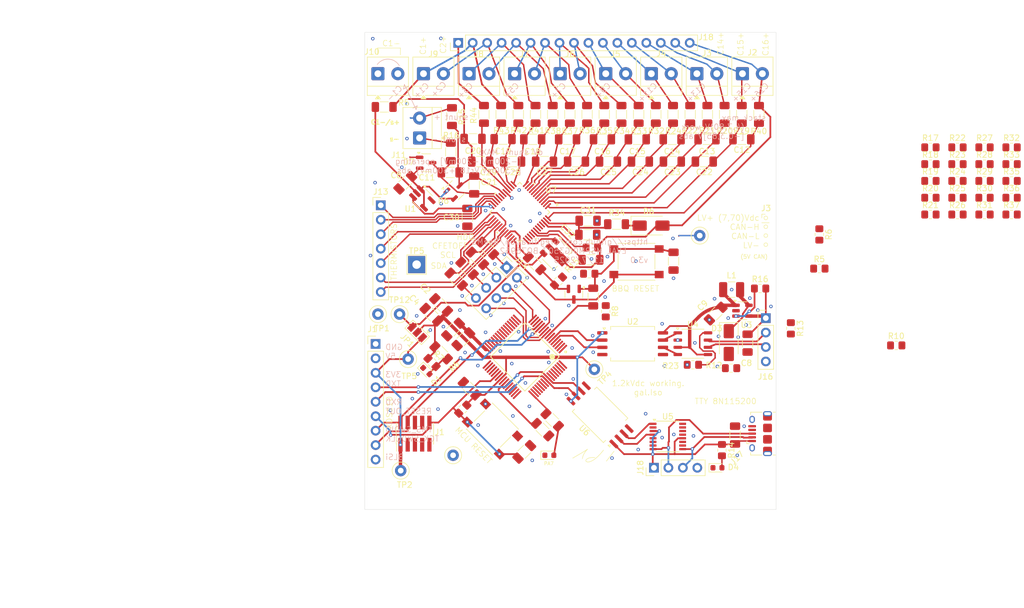
<source format=kicad_pcb>
(kicad_pcb (version 20241229) (generator "pcbnew") (generator_version "9.0")
  (layers (0 "F.Cu" signal) (2 "B.Cu" signal) (13 "F.Paste" user) (15 "B.Paste" user) (5 "F.SilkS" user "F.Silkscreen") (7 "B.SilkS" user "B.Silkscreen") (1 "F.Mask" user) (3 "B.Mask" user) (25 "Edge.Cuts" user))
  (net 0 "")
  (net 1 "RST_N")
  (net 2 "-BATT")
  (net 3 "VDD")
  (net 4 "Net-(C1-Pad2)")
  (net 5 "/XDS_3v_supply")
  (net 6 "PA13_CAN_RX")
  (net 7 "PA12_CAN_TX")
  (net 8 "/XDS_5v_supply")
  (net 9 "Net-(U1-VCORE)")
  (net 10 "onboard 3.3v src")
  (net 11 "PA19_SWDIO")
  (net 12 "PA11_UART0-RX_XDS")
  (net 13 "PA10_UART0-TX_XDS")
  (net 14 "Net-(U7-SRP)")
  (net 15 "PA15_BBQ_RESET")
  (net 16 "PA20_SWCLK")
  (net 17 "/GLV interface/GLV+")
  (net 18 "/BQ76952 16C/BAT")
  (net 20 "Net-(U13-VC15)")
  (net 21 "Net-(U13-VC16)")
  (net 22 "Net-(U13-VC13)")
  (net 23 "Net-(U13-VC14)")
  (net 24 "Net-(U13-VC12)")
  (net 25 "Net-(U13-VC11)")
  (net 26 "Net-(U13-VC9)")
  (net 27 "Net-(U13-VC10)")
  (net 28 "Net-(U13-VC7)")
  (net 29 "Net-(U13-VC8)")
  (net 30 "Net-(U13-VC6)")
  (net 31 "Net-(U13-VC5)")
  (net 32 "Net-(U13-VC4)")
  (net 33 "Net-(U13-VC3)")
  (net 34 "Net-(U13-VC1)")
  (net 35 "Net-(U13-VC2)")
  (net 36 "Net-(U13-VC0)")
  (net 37 "/GLV interface/5v")
  (net 38 "/BQ76952 16C/1P")
  (net 39 "/BQ76952 16C/3P")
  (net 40 "/BQ76952 16C/2P")
  (net 41 "/BQ76952 16C/5P")
  (net 42 "/BQ76952 16C/4P")
  (net 43 "/BQ76952 16C/7P")
  (net 44 "/BQ76952 16C/6P")
  (net 45 "/BQ76952 16C/8P")
  (net 46 "/BQ76952 16C/9P")
  (net 47 "/BQ76952 16C/10P")
  (net 48 "/BQ76952 16C/11P")
  (net 49 "/BQ76952 16C/13P")
  (net 50 "/BQ76952 16C/12P")
  (net 51 "/BQ76952 16C/14P")
  (net 52 "/BQ76952 16C/15P")
  (net 53 "/BQ76952 16C/RST_SHUT")
  (net 54 "/BQ76952 16C/SCL")
  (net 55 "/GLV interface/CAN_H")
  (net 56 "/BQ76952 16C/SDA")
  (net 57 "/GLV interface/CAN_L")
  (net 58 "/BQ76952 16C/TS1")
  (net 59 "/BQ76952 16C/TS2")
  (net 60 "/BQ76952 16C/TS3")
  (net 61 "/BQ76952 16C/HDQ")
  (net 62 "/BQ76952 16C/DFETOFF")
  (net 63 "/BQ76952 16C/DCHG")
  (net 64 "/BQ76952 16C/DDSG")
  (net 65 "/BQ76952 16C/ALERT")
  (net 66 "/BQ76952 16C/CFETOFF")
  (net 67 "Net-(U7-SRN)")
  (net 68 "/BQ76952 16C/FUSE")
  (net 69 "Net-(U7-VC16)")
  (net 70 "/BQ76952 16C/DSG")
  (net 71 "/BQ76952 16C/CHG")
  (net 72 "/BQ76952 16C/PDSG")
  (net 73 "Net-(U7-VC15)")
  (net 74 "/BQ76952 16C/PCHG")
  (net 75 "Net-(U7-VC13)")
  (net 76 "/BQ0_5v")
  (net 77 "/GLV interface/GLV-")
  (net 78 "Net-(U7-VC14)")
  (net 79 "Net-(U7-VC12)")
  (net 80 "Net-(U7-VC11)")
  (net 81 "Net-(U7-VC10)")
  (net 82 "Net-(U13-PACK)")
  (net 83 "+BATT")
  (net 84 "Net-(D4-A)")
  (net 85 "Net-(D1-A)")
  (net 86 "Net-(U7-VC9)")
  (net 87 "Net-(U7-VC7)")
  (net 88 "Net-(D3-K)")
  (net 89 "Net-(U13-LD)")
  (net 90 "Net-(U7-VC8)")
  (net 91 "Net-(U7-VC6)")
  (net 92 "Net-(U7-VC5)")
  (net 93 "Net-(U7-VC3)")
  (net 94 "Net-(U10-STBY)")
  (net 95 "Net-(U7-VC4)")
  (net 96 "Net-(U7-VC1)")
  (net 97 "Net-(U7-VC2)")
  (net 98 "Net-(U7-VC0)")
  (net 99 "Net-(U7-REG18)")
  (net 100 "Net-(D2-A)")
  (net 103 "/BQ76952 16C/1N")
  (net 104 "Net-(J14-Pin_5)")
  (net 105 "Net-(J14-Pin_1)")
  (net 106 "Net-(J14-Pin_7)")
  (net 107 "Net-(J14-Pin_3)")
  (net 110 "Net-(J17-D+)")
  (net 117 "Net-(J17-D-)")
  (net 118 "PA18_SPI1_MOSI")
  (net 119 "Net-(Q6-S)")
  (net 121 "Net-(U1-PA2_ROSC)")
  (net 122 "Net-(U4-STBY)")
  (net 123 "Net-(U3-EN)")
  (net 124 "Net-(U7-PACK)")
  (net 125 "Net-(R35-Pad2)")
  (net 126 "Net-(U7-LD)")
  (net 153 "PA16_SPI1_MISO")
  (net 154 "PA17_SPI1_SCK")
  (net 155 "Net-(U4-EN)")
  (net 161 "Net-(D6-K)")
  (net 162 "Net-(D6-COM)")
  (net 163 "Net-(D7-COM)")
  (net 164 "Net-(U1-+)")
  (net 165 "Net-(U1-V+)")
  (net 166 "/BQ76952 16C/PACK-")
  (net 171 "Net-(Q6-G)")
  (net 172 "PB19_BBQ_CS")
  (net 173 "PA7")
  (net 175 "/UART_USB/5V")
  (net 176 "/UART_USB/GND")
  (net 188 "Net-(U2-RXA)")
  (net 189 "Net-(U2-TXB)")
  (net 193 "Net-(U5-RXD)")
  (net 199 "Net-(U5-TXD)")
  (net 201 "Net-(U7-BREG)")
  (net 203 "Net-(U7-REGIN)")
  (footprint "TerminalBlock_MetzConnect:TerminalBlock_MetzConnect_Type059_RT06302HBWC_1x02_P3.50mm_Horizontal" (layer "F.Cu") (at 168.5 31.253434)
    (property "Reference" "J2")
    (property "Value" "Screw_Terminal_01x02")
  )
  (footprint "Capacitor_SMD:C_1206_3216Metric_Pad1.33x1.80mm_HandSolder" (layer "F.Cu") (at 143.91773 42.79 180)
    (property "Reference" "C16")
    (property "Value" "220n")
  )
  (footprint "TestPoint:TestPoint_Loop_D2.50mm_Drill1.0mm_LowProfile" (layer "F.Cu") (at 108.3 73.5 90)
    (property "Reference" "TP12")
    (property "Value" "TestPoint")
  )
  (footprint "TerminalBlock_MetzConnect:TerminalBlock_MetzConnect_Type059_RT06302HBWC_1x02_P3.50mm_Horizontal" (layer "F.Cu") (at 144.5 31.253434)
    (property "Reference" "J5")
    (property "Value" "Screw_Terminal_01x02")
  )
  (footprint "Resistor_SMD:R_0805_2012Metric_Pad1.20x1.40mm_HandSolder" (layer "F.Cu") (at 177 76 -90)
    (property "Reference" "R13")
    (property "Value" "97.6k")
  )
  (footprint "Resistor_SMD:R_0805_2012Metric_Pad1.20x1.40mm_HandSolder" (layer "F.Cu") (at 211 53.05)
    (property "Reference" "R30")
    (property "Value" "24.9")
  )
  (footprint "Resistor_SMD:R_1206_3216Metric_Pad1.30x1.75mm_HandSolder" (layer "F.Cu") (at 123.116578 38.4 90)
    (property "Reference" "R44")
    (property "Value" "50")
  )
  (footprint "Resistor_SMD:R_1206_3216Metric_Pad1.30x1.75mm_HandSolder" (layer "F.Cu") (at 135.187434 38.4 -90)
    (property "Reference" "R38")
    (property "Value" "50")
  )
  (footprint "Resistor_SMD:R_1206_3216Metric_Pad1.30x1.75mm_HandSolder" (layer "F.Cu") (at 142.3 70.5 -90)
    (property "Reference" "R1" (hide yes))
    (property "Value" "4.99k")
  )
  (footprint "Resistor_SMD:R_0805_2012Metric_Pad1.20x1.40mm_HandSolder" (layer "F.Cu") (at 144.5 73 -90)
    (property "Reference" "R8")
    (property "Value" "3.32k")
  )
  (footprint "Package_SO:SOIC-8_7.5x5.85mm_P1.27mm" (layer "F.Cu") (at 143.5 91.2 135)
    (property "Reference" "U6")
    (property "Value" "STISO620")
  )
  (footprint "Capacitor_SMD:C_1206_3216Metric_Pad1.33x1.80mm_HandSolder" (layer "F.Cu") (at 115.6 71.9 135)
    (property "Reference" "C2")
    (property "Value" "220n")
  )
  (footprint "Connector_PinHeader_2.54mm:PinHeader_1x04_P2.54mm_Vertical" (layer "F.Cu") (at 152.96 100.5 90)
    (property "Reference" "J18")
    (property "Value" "Conn_01x04_Socket")
  )
  (footprint "Connector_USB:USB_Micro-B_Amphenol_10118194-0001LF_Horizontal" (layer "F.Cu") (at 171.6 94.5 90)
    (property "Reference" "J17")
    (property "Value" "USB_B_Micro")
  )
  (footprint "Capacitor_SMD:C_1206_3216Metric_Pad1.33x1.80mm_HandSolder" (layer "F.Cu") (at 131.676595 42.79 180)
    (property "Reference" "C18")
    (property "Value" "220n")
  )
  (footprint "Resistor_SMD:R_1206_3216Metric_Pad1.30x1.75mm_HandSolder" (layer "F.Cu") (at 141.9 63.95 180)
    (property "Reference" "R15")
    (property "Value" "4.99k")
  )
  (footprint "Resistor_SMD:R_1206_3216Metric_Pad1.30x1.75mm_HandSolder" (layer "F.Cu") (at 121.966405 63.701939 -45)
    (property "Reference" "R1" (hide yes))
    (property "Value" "150")
  )
  (footprint "Resistor_SMD:R_1206_3216Metric_Pad1.30x1.75mm_HandSolder" (layer "F.Cu") (at 156.311431 38.4 -90)
    (property "Reference" "R24")
    (property "Value" "50")
  )
  (footprint "Package_TO_SOT_SMD:SOT-23-3" (layer "F.Cu") (at 118.082843 51.717158 45)
    (property "Reference" "D6")
    (property "Value" "BAT54S")
  )
  (footprint "Capacitor_SMD:C_1206_3216Metric_Pad1.33x1.80mm_HandSolder" (layer "F.Cu") (at 121.4 50.8 -90)
    (property "Reference" "C21")
    (property "Value" "100p")
  )
  (footprint "Resistor_SMD:R_0805_2012Metric_Pad1.20x1.40mm_HandSolder" (layer "F.Cu") (at 206.25 50.1)
    (property "Reference" "R24")
    (property "Value" "24.9")
  )
  (footprint "Capacitor_SMD:C_1206_3216Metric_Pad1.33x1.80mm_HandSolder" (layer "F.Cu") (at 156.191071 46.7 180)
    (property "Reference" "C23")
    (property "Value" "220n")
  )
  (footprint "Capacitor_SMD:C_1206_3216Metric_Pad1.33x1.80mm_HandSolder" (layer "F.Cu") (at 139.364286 46.7 180)
    (property "Reference" "C26")
    (property "Value" "220n")
  )
  (footprint "Resistor_SMD:R_1206_3216Metric_Pad1.30x1.75mm_HandSolder" (layer "F.Cu") (at 120.156211 65.462635 135)
    (property "Reference" "R2" (hide yes))
    (property "Value" "150")
  )
  (footprint "Resistor_SMD:R_0805_2012Metric_Pad1.20x1.40mm_HandSolder" (layer "F.Cu") (at 164.9 97.4 -90)
    (property "Reference" "R14")
    (property "Value" "3.32k")
  )
  (footprint "Capacitor_SMD:C_1206_3216Metric_Pad1.33x1.80mm_HandSolder" (layer "F.Cu") (at 161.8 46.7 180)
    (property "Reference" "C22")
    (property "Value" "220n")
  )
  (footprint "Resistor_SMD:R_1206_3216Metric_Pad1.30x1.75mm_HandSolder" (layer "F.Cu") (at 150.276003 38.4 -90)
    (property "Reference" "R33")
    (property "Value" "50")
  )
  (footprint "Resistor_SMD:R_0805_2012Metric_Pad1.20x1.40mm_HandSolder" (layer "F.Cu") (at 142.05 61.8)
    (property "Reference" "R9" (hide yes))
    (property "Value" "10k")
  )
  (footprint "LED_SMD:LED_0603_1608Metric" (layer "F.Cu") (at 113 83.5 -45)
    (property "Reference" "D1")
    (property "Value" "LED")
  )
  (footprint "Resistor_SMD:R_0805_2012Metric_Pad1.20x1.40mm_HandSolder" (layer "F.Cu") (at 201.5 44.2)
    (property "Reference" "R17")
    (property "Value" "24.9")
  )
  (footprint "Resistor_SMD:R_1206_3216Metric_Pad1.30x1.75mm_HandSolder" (layer "F.Cu") (at 144.240575 38.4 -90)
    (property "Reference" "R35")
    (property "Value" "50")
  )
  (footprint "Capacitor_SMD:C_1206_3216Metric_Pad1.33x1.80mm_HandSolder" (layer "F.Cu") (at 122.5375 46.7 180)
    (property "Reference" "C29")
    (property "Value" "220n")
  )
  (footprint "Resistor_SMD:R_1206_3216Metric_Pad1.30x1.75mm_HandSolder" (layer "F.Cu") (at 132.16972 38.4 -90)
    (property "Reference" "R41")
    (property "Value" "50")
  )
  (footprint "zzLocalLibraries-Footprints:MSPM0G3507-64-IPC_A" (layer "F.Cu") (at 130.3 81 -135)
    (property "Reference" "U1" (hide yes))
    (property "Value" "MCU-MSM0G3507SPM")
  )
  (footprint "Package_TO_SOT_SMD:SOT-23-5_HandSoldering" (layer "F.Cu") (at 112.3 53.2 -45)
    (property "Reference" "U1")
    (property "Value" "MCP6L01Rx-xOT")
  )
  (footprint "Capacitor_SMD:C_1206_3216Metric_Pad1.33x1.80mm_HandSolder" (layer "F.Cu") (at 167.2 94.75 90)
    (property "Reference" "C10" (hide yes))
    (property "Value" "10u")
  )
  (footprint "Resistor_SMD:R_1206_3216Metric_Pad1.30x1.75mm_HandSolder" (layer "F.Cu") (at 138.205147 38.4 -90)
    (property "Reference" "R37")
    (property "Value" "50")
  )
  (footprint "Capacitor_SMD:C_1206_3216Metric_Pad1.33x1.80mm_HandSolder" (layer "F.Cu") (at 119.5 77.9 -135)
    (property "Reference" "C5" (hide yes))
    (property "Value" "220n")
  )
  (footprint "Capacitor_SMD:C_1206_3216Metric_Pad1.33x1.80mm_HandSolder" (layer "F.Cu") (at 133.755357 46.7 180)
    (property "Reference" "C27")
    (property "Value" "220n")
  )
  (footprint "Resistor_SMD:R_0805_2012Metric_Pad1.20x1.40mm_HandSolder" (layer "F.Cu") (at 201.5 47.15)
    (property "Reference" "R18")
    (property "Value" "24.9")
  )
  (footprint "Resistor_SMD:R_0805_2012Metric_Pad1.20x1.40mm_HandSolder" (layer "F.Cu") (at 215.75 53.05)
    (property "Reference" "R36")
    (property "Value" "3.32k")
  )
  (footprint "Connector_PinHeader_2.54mm:PinHeader_2x04_P2.54mm_Vertical" (layer "F.Cu") (at 127.1 65.3 -45)
    (property "Reference" "J14")
    (property "Value" "Conn_02x04_Odd_Even")
  )
  (footprint "TerminalBlock_MetzConnect:TerminalBlock_MetzConnect_Type059_RT06302HBWC_1x02_P3.50mm_Horizontal" (layer "F.Cu") (at 104.5 31.253434)
    (property "Reference" "J10")
    (property "Value" "Screw_Terminal_01x02")
  )
  (footprint "TestPoint:TestPoint_Loop_D2.50mm_Drill1.0mm_LowProfile" (layer "F.Cu") (at 108.5 101)
    (property "Reference" "TP2")
    (property "Value" "TestPoint")
  )
  (footprint "Resistor_SMD:R_1206_3216Metric_Pad1.30x1.75mm_HandSolder" (layer "F.Cu") (at 115.6 80.3 135)
    (property "Reference" "R6")
    (property "Value" "750")
  )
  (footprint "Resistor_SMD:R_1206_3216Metric_Pad1.30x1.75mm_HandSolder" (layer "F.Cu") (at 133.4 93.8 135)
    (property "Reference" "R9" (hide yes))
    (property "Value" "100k")
  )
  (footprint "Resistor_SMD:R_1206_3216Metric_Pad1.30x1.75mm_HandSolder" (layer "F.Cu") (at 147.258289 38.4 -90)
    (property "Reference" "R34")
    (property "Value" "50")
  )
  (footprint "Resistor_SMD:R_1206_3216Metric_Pad1.30x1.75mm_HandSolder" (layer "F.Cu") (at 162.346858 38.4 -90)
    (property "Reference" "R21")
    (property "Value" "50")
  )
  (footprint "Resistor_SMD:R_0805_2012Metric_Pad1.20x1.40mm_HandSolder" (layer "F.Cu") (at 215.75 47.15)
    (property "Reference" "R33")
    (property "Value" "24.9")
  )
  (footprint "Diode_SMD:D_SMA" (layer "F.Cu") (at 166.1 78.5 -90)
    (property "Reference" "D3")
    (property "Value" "ES1D")
  )
  (footprint "Resistor_SMD:R_1206_3216Metric_Pad1.30x1.75mm_HandSolder" (layer "F.Cu") (at 105.6 37.1)
    (property "Reference" "R5")
    (property "Value" "150")
  )
  (footprint "Capacitor_SMD:C_1206_3216Metric_Pad1.33x1.80mm_HandSolder" (layer "F.Cu") (at 117.695146 76.204854 -135)
    (property "Reference" "C6" (hide yes))
    (property "Value" "220n")
  )
  (footprint "Capacitor_SMD:C_1206_3216Metric_Pad1.33x1.80mm_HandSolder" (layer "F.Cu") (at 156.4 64.2 90)
    (property "Reference" "C1" (hide yes))
    (property "Value" "100n")
  )
  (footprint "Capacitor_SMD:C_1206_3216Metric_Pad1.33x1.80mm_HandSolder" (layer "F.Cu") (at 169.4 78.6 -90)
    (property "Reference" "C8")
    (property "Value" "10u")
  )
  (footprint "Connector_PinHeader_2.54mm:PinHeader_1x07_P2.54mm_Vertical" (layer "F.Cu") (at 105 54.380001)
    (property "Reference" "J13")
    (property "Value" "Conn_01x07_Pin")
  )
  (footprint "Resistor_SMD:R_1206_3216Metric_Pad1.30x1.75mm_HandSolder" (layer "F.Cu") (at 126.134292 38.4 -90)
    (property "Reference" "R43")
    (property "Value" "50")
  )
  (footprint "Resistor_SMD:R_0805_2012Metric_Pad1.20x1.40mm_HandSolder" (layer "F.Cu") (at 206.25 53.05)
    (property "Reference" "R25")
    (property "Value" "24.9")
  )
  (footprint "Resistor_SMD:R_0805_2012Metric_Pad1.20x1.40mm_HandSolder" (layer "F.Cu") (at 206.25 44.2)
    (property "Reference" "R22")
    (property "Value" "24.9")
  )
  (footprint "TerminalBlock_MetzConnect:TerminalBlock_MetzConnect_Type059_RT06302HBWC_1x02_P3.50mm_Horizontal" (layer "F.Cu") (at 160.5 31.253434)
    (property "Reference" "J3")
    (property "Value" "Screw_Terminal_01x02")
  )
  (footprint "TerminalBlock_MetzConnect:TerminalBlock_MetzConnect_Type059_RT06302HBWC_1x02_P3.50mm_Horizontal" (layer "F.Cu") (at 120.5 31.253434)
    (property "Reference" "J8")
    (property "Value" "Screw_Terminal_01x02")
  )
  (footprint "Capacitor_SMD:C_1206_3216Metric_Pad1.33x1.80mm_HandSolder" (layer "F.Cu") (at 144.973214 46.7 180)
    (property "Reference" "C25")
    (property "Value" "220n")
  )
  (footprint "Capacitor_SMD:C_1206_3216Metric_Pad1.33x1.80mm_HandSolder" (layer "F.Cu") (at 162.279433 42.79 180)
    (property "Reference" "C13")
    (property "Value" "220n")
  )
  (footprint "Inductor_SMD:L_1210_3225Metric_Pad1.42x2.65mm_HandSolder" (layer "F.Cu") (at 166.6 69.2 180)
    (property "Reference" "L1")
    (property "Value" "22u")
  )
  (footprint "Connector_PinHeader_1.27mm:PinHeader_2x05_P1.27mm_Vertical_SMD" (layer "F.Cu") (at 111 94.5 90)
    (property "Reference" "J1")
    (property "Value" "Conn_02x05_Odd_Even")
  )
  (footprint "Resistor_SMD:R_0805_2012Metric_Pad1.20x1.40mm_HandSolder" (layer "F.Cu") (at 182 59.5 -90)
    (property "Reference" "R6")
    (property "Value" "97.6k")
  )
  (footprint "Package_TO_SOT_SMD:TSOT-23-5" (layer "F.Cu") (at 168.5 72.9)
    (property "Reference" "U3")
    (property "Value" "RAA211805")
  )
  (footprint "Resistor_SMD:R_0805_2012Metric_Pad1.20x1.40mm_HandSolder" (layer "F.Cu") (at 215.75 44.2)
    (property "Reference" "R32")
    (property "Value" "24.9")
  )
  (footprint "Package_TO_SOT_SMD:SOT-89-3" (layer "F.Cu") (at 136.018198 63.139518 -45)
    (property "Reference" "U8" (hide yes))
    (property "Value" "FCX495")
  )
  (footprint "zzLocalLibraries-Footprints:BQ76952_PFB48_TEX" (layer "F.Cu") (at 129.4 55.6 -135)
    (property "Reference" "U7")
    (property "Value" "PBQ76952PFBT")
  )
  (footprint "Resistor_SMD:R_1206_3216Metric_Pad1.30x1.75mm_HandSolder" (layer "F.Cu") (at 153.293717 38.4 -90)
    (property "Reference" "R32")
    (property "Value" "50")
  )
  (footprint "Package_TO_SOT_SMD:SOT-23-3" (layer "F.Cu") (at 112.9625 46.9)
    (property "Reference" "D7")
    (property "Value" "BAT54S")
  )
  (footprint "TerminalBlock_MetzConnect:TerminalBlock_MetzConnect_Type059_RT06302HBWC_1x02_P3.50mm_Horizontal" (layer "F.Cu") (at 128.5 31.253434)
    (property "Reference" "J7")
    (property "Value" "Screw_Terminal_01x02")
  )
  (footprint "TestPoint:TestPoint_Loop_D2.50mm_Drill1.0mm_LowProfile" (layer "F.Cu") (at 109.8 81.4 90)
    (property "Reference" "TP5")
    (property "Value" "TestPoint")
  )
  (footprint "Resistor_SMD:R_0805_2012Metric_Pad1.20x1.40mm_HandSolder" (layer "F.Cu") (at 211 44.2)
    (property "Reference" "R27")
    (property "Value" "24.9")
  )
  (footprint "Connector_PinHeader_2.54mm:PinHeader_1x09_P2.54mm_Vertical" (layer "F.Cu") (at 104.1 78.74)
    (property "Reference" "J1")
    (property "Value" "Conn_01x09_Socket")
  )
  (footprint "Resistor_SMD:R_1206_3216Metric_Pad1.30x1.75mm_HandSolder" (layer "F.Cu") (at 165.364572 38.4 -90)
    (property "Reference" "R20")
    (property "Value" "50")
  )
  (footprint "Resistor_SMD:R_0805_2012Metric_Pad1.20x1.40mm_HandSolder" (layer "F.Cu") (at 215.75 50.1)
    (property "Reference" "R35")
    (property "Value" "3.32k")
  )
  (footprint "Resistor_SMD:R_0805_2012Metric_Pad1.20x1.40mm_HandSolder" (layer "F.Cu") (at 114 82 -45)
    (property "Reference" "R7")
    (property "Value" "3.32k")
  )
  (footprint "Resistor_SMD:R_1206_3216Metric_Pad1.30x1.75mm_HandSolder" (layer "F.Cu") (at 123.734172 61.934172 -45)
    (property "Reference" "R3" (hide yes))
    (property "Value" "150")
  )
  (footprint "Resistor_SMD:R_0805_2012Metric_Pad1.20x1.40mm_HandSolder" (layer "F.Cu") (at 182 65.5)
    (property "Reference" "R5")
    (property "Value" "3.32k")
  )
  (footprint "Capacitor_SMD:C_1206_3216Metric_Pad1.33x1.80mm_HandSolder" (layer "F.Cu") (at 120.6 86.6 135)
    (property "Reference" "C3" (hide yes))
    (property "Value" "220n")
  )
  (footprint "Capacitor_SMD:C_1206_3216Metric_Pad1.33x1.80mm_HandSolder" (layer "F.Cu") (at 130.2 97.7 45)
    (property "Reference" "C7" (hide yes))
    (property "Value" "100n")
  )
  (footprint "LED_SMD:LED_0603_1608Metric" (layer "F.Cu") (at 164.112499 100.5)
    (property "Reference" "D4")
    (property "Value" "LED")
  )
  (footprint "Capacitor_SMD:C_1206_3216Metric_Pad1.33x1.80mm_HandSolder" (layer "F.Cu") (at 121.2 42.7 180)
    (property "Reference" "C20")
    (property "Value" "220n")
  )
  (footprint "Capacitor_SMD:C_1206_3216Metric_Pad1.33x1.80mm_HandSolder" (layer "F.Cu") (at 168.4 42.79 180)
    (property "Reference" "C12")
    (property "Value" "220n")
  )
  (footprint "TestPoint:TestPoint_THTPad_3.0x3.0mm_Drill1.5mm" (layer "F.Cu") (at 111.3 64.8)
    (property "Reference" "TP5")
    (property "Value" "TestPoint")
  )
  (footprint "Connector_PinHeader_2.54mm:PinHeader_1x04_P2.54mm_Vertical" (layer "F.Cu") (at 172.6 74.2)
    (property "Reference" "J16")
    (property "Value" "Conn_01x04_Socket")
  )
  (footprint "Capacitor_SMD:C_1206_3216Metric_Pad1.33x1.80mm_HandSolder" (layer "F.Cu") (at 109.3 50.4 45)
    (property "Reference" "C8")
    (property "Value" "220n")
  )
  (footprint "Resistor_SMD:R_1206_3216Metric_Pad1.30x1.75mm_HandSolder" (layer "F.Cu") (at 171.4 38.4 -90)
    (property "Reference" "R40")
    (property "Value" "50")
  )
  (footprint "Resistor_SMD:R_0805_2012Metric_Pad1.20x1.40mm_HandSolder" (layer "F.Cu") (at 159.8 82.4)
    (property "Reference" "R23")
    (property "Value" "200k")
  )
  (footprint "Capacitor_SMD:C_1206_3216Metric_Pad1.33x1.80mm_HandSolder" (layer "F.Cu") (at 120.2 56.5 -90)
    (property "Reference" "C30")
    (property "Value" "10u")
  )
  (footprint "Capacitor_SMD:C_1206_3216Metric_Pad1.33x1.80mm_HandSolder" (layer "F.Cu") (at 156.158865 42.79 180)
    (property "Reference" "C14")
    (property "Value" "220n")
  )
  (footprint "Resistor_SMD:R_1206_3216Metric_Pad1.30x1.75mm_HandSolder" (layer "F.Cu") (at 117.3 45 -90)
    (property "Reference" "R16")
    (property "Value" "100")
  )
  (footprint "Resistor_SMD:R_0805_2012Metric_Pad1.20x1.40mm_HandSolder" (layer "F.Cu") (at 211 47.15)
    (property "Reference" "R28")
    (property "Value" "24.9")
  )
  (footprint "Resistor_SMD:R_1206_3216Metric_Pad1.30x1.75mm_HandSolder" (layer "F.Cu") (at 118.247023 67.371823 135)
    (property "Reference" "R4" (hide yes))
    (property "Value" "150")
  )
  (footprint "Connector_PinHeader_2.54mm:PinHeader_1x17_P2.54mm_Vertical" (layer "F.Cu") (at 118.6 25.835934 90)
    (property "Reference" "J18")
    (property "Value" "Conn_01x17_Socket")
  )
  (footprint "Resistor_SMD:R_0805_2012Metric_Pad1.20x1.40mm_HandSolder" (layer "F.Cu") (at 201.5 53.05)
    (property "Reference" "R20")
    (property "Value" "24.9")
  )
  (footprint "Resistor_SMD:R_0805_2012Metric_Pad1.20x1.40mm_HandSolder" (layer "F.Cu") (at 201.5 56)
    (property "Reference" "R21")
    (property "Value" "24.9")
  )
  (footprint "Resistor_SMD:R_0805_2012Metric_Pad1.20x1.40mm_HandSolder" (layer "F.Cu") (at 215.75 56)
    (property "Reference" "R37")
    (property "Value" "3.32k")
  )
  (footprint "Capacitor_SMD:C_1206_3216Metric_Pad1.33x1.80mm_HandSolder" (layer "F.Cu") (at 113.9 73.6 135)
    (property "Reference" "C4")
    (property "Value" "10u")
  )
  (footprint "Button_Switch_SMD:SW_SPST_PTS645" (layer "F.Cu") (at 124.606705 93.694725 135)
    (property "Reference" "SW2" (hide yes))
    (property "Value" "SW_Push")
  )
  (footprint "TestPoint:TestPoint_Loop_D2.50mm_Drill1.0mm_LowProfile" (layer "F.Cu") (at 161 59.7)
    (property "Reference" "TP4" (hide yes))
    (property "Value" "TestPoint")
  )
  (footprint "Resistor_SMD:R_0805_2012Metric_Pad1.20x1.40mm_HandSolder" (layer "F.Cu") (at 206.25 56)
    (property "Reference" "R26")
    (property "Value" "24.9")
  )
  (footprint "Capacitor_SMD:C_1206_3216Metric_Pad1.33x1.80mm_HandSolder" (layer "F.Cu") (at 141.4 57.1)
    (property "Reference" "C31")
    (property "Value" "10u")
  )
  (footprint "TerminalBlock_MetzConnect:TerminalBlock_MetzConnect_Type059_RT06302HBWC_1x02_P3.50mm_Horizontal" (layer "F.Cu") (at 136.5 31.253434)
    (property "Reference" "J6")
    (property "Value" "Screw_Terminal_01x02")
  )
  (footprint "TestPoint:TestPoint_Loop_D2.50mm_Drill1.0mm_LowProfile" (layer "F.Cu") (at 117.7 98.3)
    (property "Reference" "TP3" (hide yes))
    (property "Value" "TestPoint" (hide yes))
  )
  (footprint "Package_SO:JEITA_SOIC-8_3.9x4.9mm_P1.27mm" (layer "F.Cu") (at 159.8 78.7)
    (property "Reference" "U4")
    (property "Value" "MCP2542FDxMF")
  )
  (footprint "TestPoint:TestPoint_Loop_D2.50mm_Drill1.0mm_LowProfile" (layer "F.Cu") (at 142.5 83.2 90)
    (property "Reference" "TP4")
    (property "Value" "TestPoint")
  )
  (footprint "Capacitor_SMD:C_1206_3216Metric_Pad1.33x1.80mm_HandSolder" (layer "F.Cu") (at 128.146429 46.7 180)
    (property "Reference" "C28")
    (property "Value" "220n")
  )
  (footprint "TerminalBlock_MetzConnect:TerminalBlock_MetzConnect_Type059_RT06302HBWC_1x02_P3.50mm_Horizontal" (layer "F.Cu") (at 152.5 31.253434)
    (property "Reference" "J4")
    (property "Value" "Screw_Terminal_01x02")
  )
  (footprint "Package_SO:SOIC-8_7.5x5.85mm_P1.27mm" (layer "F.Cu") (at 149.225 78.705)
    (property "Reference" "U2")
    (property "Value" "STISO620")
  )
  (footprint "LED_SMD:LED_0603_1608Metric" (layer "F.Cu") (at 134.6 98.3)
    (property "Reference" "D2" (hide yes))
    (property "Value" "LED")
  )
  (footprint "TerminalBlock_MetzConnect:TerminalBlock_MetzConnect_Type059_RT06302HBWC_1x02_P3.50mm_Horizontal" (layer "F.Cu") (at 111.8175 42.55 90)
    (property "Reference" "J11")
    (property "Value" "Screw_Terminal_01x02")
  )
  (footprint "Package_TO_SOT_SMD:SOT-23" (layer "F.Cu") (at 138.9 70 -90)
    (property "Reference" "Q6" (hide yes))
    (property "Value" "2N7002")
  )
  (footprint "Jumper:SolderJumper-3_P1.3mm_Open_Pad1.0x1.5mm" (layer "F.Cu") (at 111.399237 76.700763 135)
    (property "Reference" "JP1")
    (property "Value" "SolderJumper_3_Open")
  )
  (footprint "Package_SO:SSOP-16_3.9x4.9mm_P0.635mm" (layer "F.Cu") (at 155.4 95)
    (property "Reference" "U5")
    (property "Value" "FT230XS")
  )
  (footprint "Resistor_SMD:R_1206_3216Metric_Pad1.30x1.75mm_HandSolder" (layer "F.Cu") (at 141.222861 38.4 -90)
    (property "Reference" "R36")
    (property "Value" "50")
  )
  (footprint "Capacitor_SMD:C_1206_3216Metric_Pad1.33x1.80mm_HandSolder" (layer "F.Cu") (at 126.470568 42.75 180)
    (property "Reference" "C19")
    (property "Value" "220n")
  )
  (footprint "Resistor_SMD:R_0805_2012Metric_Pad1.20x1.40mm_HandSolder" (layer "F.Cu") (at 211 56)
    (property "Reference" "R31")
    (property "Value" "24.9")
  )
  (footprint "Resistor_SMD:R_0805_2012Metric_Pad1.20x1.40mm_HandSolder" (layer "F.Cu") (at 171.6 69)
    (property "Reference" "R16")
    (property "Value" "200k")
  )
  (footprint "Resistor_SMD:R_1206_3216Metric_Pad1.30x1.75mm_HandSolder" (layer "F.Cu") (at 159.329145 38.4 -90)
    (property "Reference" "R22")
    (property "Value" "50")
  )
  (footprint "Diode_SMD:D_SMA" (layer "F.Cu") (at 152.45 57.95)
    (property "Reference" "D6")
    (property "Value" "ES1D")
  )
  (footprint "Capacitor_SMD:C_1206_3216Metric_Pad1.33x1.80mm_HandSolder" (layer "F.Cu") (at 141.35 59.55)
    (property "Reference" "C32")
    (property "Value" "10u")
  )
  (footprint "Capacitor_SMD:C_1206_3216Metric_Pad1.33x1.80mm_HandSolder" (layer "F.Cu") (at 163.8 73.4 -135)
    (property "Reference" "C9")
    (property "Value" "10u")
  )
  (footprint "TerminalBlock_MetzConnect:TerminalBlock_MetzConnect_Type059_RT06302HBWC_1x02_P3.50mm_Horizontal" (layer "F.Cu") (at 112.5 31.253434)
    (property "Reference" "J9")
    (property "Value" "Screw_Terminal_01x02")
  )
  (footprint "Resistor_SMD:R_1206_3216Metric_Pad1.30x1.75mm_HandSolder" (layer "F.Cu") (at 146.4 57.7 180)
    (property "Reference" "R34")
    (property "Value" "150")
  )
  (footprint "TestPoint:TestPoint_Loop_D2.50mm_Drill1.0mm_LowProfile" (layer "F.Cu") (at 104.5 73.5)
    (property "Reference" "TP1")
    (property "Value" "TestPoint")
  )
  (footprint "Resistor_SMD:R_0805_2012Metric_Pad1.20x1.40mm_HandSolder" (layer "F.Cu") (at 201.5 50.1)
    (property "Reference" "R19")
    (property "Value" "24.9")
  )
  (footprint "Resistor_SMD:R_0805_2012Metric_Pad1.20x1.40mm_HandSolder" (layer "F.Cu") (at 141.6 66.4)
    (property "Reference" "R11" (hide yes))
    (property "Value" "200k")
  )
  (footprint "Resistor_SMD:R_1206_3216Metric_Pad1.30x1.75mm_HandSolder" (layer "F.Cu") (at 135.1 92.1 -45)
    (property "Reference" "R11" (hide yes))
    (property "Value" "750")
  )
  (footprint "Resistor_SMD:R_1206_3216Metric_Pad1.30x1.75mm_HandSolder" (layer "F.Cu") (at 129.152006 38.4 -90)
    (property "Reference" "R42")
    (property "Value" "50")
  )
  (footprint "Capacitor_SMD:C_1206_3216Metric_Pad1.33x1.80mm_HandSolder" (layer "F.Cu") (at 150.582143 46.7 180)
    (property "Reference" "C24")
    (property "Value" "220n")
  )
  (footprint "Resistor_SMD:R_1206_3216Metric_Pad1.30x1.75mm_HandSolder" (layer "F.Cu") (at 117.5 38.8 -90)
    (property "Reference" "R15")
    (property "Value" "100")
  )
  (footprint "Resistor_SMD:R_0805_2012Metric_Pad1.20x1.40mm_HandSolder" (layer "F.Cu") (at 211 50.1)
    (property "Reference" "R29")
    (property "Value" "24.9")
  )
  (footprint "Resistor_SMD:R_0805_2012Metric_Pad1.20x1.40mm_HandSolder" (layer "F.Cu") (at 195.5 79)
    (property "Reference" "R10")
    (property "Value" "97.6k")
  )
  (footprint "Resistor_SMD:R_0805_2012Metric_Pad1.20x1.40mm_HandSolder" (layer "F.Cu") (at 206.25 47.15)
    (property "Reference" "R23")
    (property "Value" "24.9")
  )
  (footprint "Resistor_SMD:R_0805_2012Metric_Pad1.20x1.40mm_HandSolder" (layer "F.Cu") (at 119.395146 90.195146 45)
    (property "Reference" "R7" (hide yes))
    (property "Value" "200k")
  )
  (footprint "Button_Switch_SMD:SW_SPST_PTS645" (layer "F.Cu") (at 149.9 64.3 180)
    (property "Reference" "SW1" (hide yes))
    (property "Value" "SW_Push")
  )
  (footprint "Capacitor_SMD:C_1206_3216Metric_Pad1.33x1.80mm_HandSolder" (layer "F.Cu") (at 117.2 48.6 180)
    (property "Reference" "C11")
    (property "Value" "100n")
  )
  (footprint "Resistor_SMD:R_1206_3216Metric_Pad1.30x1.75mm_HandSolder" (layer "F.Cu") (at 168.382286 38.4 -90)
    (property "Reference" "R19")
    (property "Value" "50")
  )
  (footprint "Resistor_SMD:R_1206_3216Metric_Pad1.30x1.75mm_HandSolder" (layer "F.Cu") (at 132 64.6 -45)
    (property "Reference" "R50" (hide yes))
    (property "Value" "4.99k")
  )
  (footprint "Capacitor_SMD:C_1206_3216Metric_Pad1.33x1.80mm_HandSolder" (layer "F.Cu") (at 137.797163 42.79 180)
    (property "Reference" "C17")
    (property "Value" "220n")
  )
  (footprint "Resistor_SMD:R_0805_2012Metric_Pad1.20x1.40mm_HandSolder" (layer "F.Cu") (at 136.2 67.7 -135)
    (property "Reference" "R2" (hide yes))
    (property "Value" "200k")
  )
  (footprint "Resistor_SMD:R_0805_2012Metric_Pad1.20x1.40mm_HandSolder" (layer "F.Cu") (at 166.5 83 180)
    (property "Reference" "R12")
    (property "Value" "97.6k")
  )
  (footprint "Capacitor_SMD:C_1206_3216Metric_Pad1.33x1.80mm_HandSolder" (layer "F.Cu") (at 150.038298 42.79 180)
    (property "Reference" "C15")
    (property "Value" "220n")
  )
  (gr_line (start 104.45 27.9) (end 104.45 26.75) (stroke (width 0.1)) (layer "F.SilkS"))
  (gr_circle (center 172.6 61.3) (end 172.8 61.05) (stroke (width 0.1)) (fill no) (layer "F.SilkS"))
  (gr_circle (center 172.6 59.7) (end 172.8 59.45) (stroke (width 0.1)) (fill no) (layer "F.SilkS"))
  (gr_curve (pts (xy 140.4 98.9) (xy 140.599999 97.1) (xy 143.199999 96.3) (xy 138.7 98.8)) (stroke (width 0.1)) (layer "F.SilkS"))
  (gr_circle (center 172.6 56.6) (end 172.8 56.35) (stroke (width 0.1)) (fill no) (layer "F.SilkS"))
  (gr_circle (center 172.6 58.15) (end 172.8 57.9) (stroke (width 0.1)) (fill no) (layer "F.SilkS"))
  (gr_curve (pts (xy 142.6 98.7) (xy 139.7 98.5) (xy 141.1 101.3) (xy 144.1 97.4)) (stroke (width 0.1)) (layer "F.SilkS"))
  (gr_line (start 171.9 56.6) (end 171.9 55.95) (stroke (width 0.1)) (layer "F.SilkS"))
  (gr_curve (pts (xy 145.95 97.6) (xy 142.95 101.5) (xy 145.95 97.6) (xy 145.95 97.6)) (stroke (width 0.1)) (layer "F.SilkS"))
  (gr_line (start 171.9 57.45) (end 173.2 57.45) (stroke (width 0.1)) (layer "F.SilkS"))
  (gr_line (start 108.45 26.75) (end 108.45 27.95) (stroke (width 0.1)) (layer "F.SilkS"))
  (gr_line (start 104.45 26.75) (end 108.45 26.75) (stroke (width 0.1)) (layer "F.SilkS"))
  (gr_curve (pts (xy 172.7 84.9) (xy 172.7 84.9) (xy 172.7 84.9) (xy 172.7 84.9)) (stroke (width 0.1)) (layer "F.SilkS"))
  (gr_line (start 171.9 55.95) (end 172.5 55.95) (stroke (width 0.1)) (layer "F.SilkS"))
  (gr_arc (start 104.382185 29.645834) (mid 106.371611 28.696153) (end 108.25 29.85) (stroke (width 0.1)) (layer "B.SilkS"))
  (gr_line (start 111.4 36.9) (end 110.65 37.3) (stroke (width 0.1)) (layer "B.SilkS"))
  (gr_line (start 109.87 33.453434) (end 109 33.95) (stroke (width 0.1)) (layer "B.SilkS"))
  (gr_line (start 109.15 33.15) (end 111.2 37.55) (stroke (width 0.1)) (layer "B.SilkS"))
  (gr_line (start 111.2 37.55) (end 111.4 36.9) (stroke (width 0.1)) (layer "B.SilkS"))
  (gr_line (start 109 33.95) (end 109.15 33.15) (stroke (width 0.1)) (layer "B.SilkS"))
  (gr_rect (start 102.2 24) (end 174.4 107.836037) (stroke (width 0.05)) (fill no) (layer "Edge.Cuts"))
  (gr_text "CFETOFF" (at 113.95 62.1 0) (layer "F.SilkS") (effects (font (size 1 1) (thickness 0.1)) (justify left bottom)))
  (gr_text "HDQ" (at 118.25 60.55 0) (layer "F.SilkS") (effects (font (size 1 1) (thickness 0.1)) (justify left bottom)))
  (gr_text "TTY 8N115200" (at 160.05 89.4 0) (layer "F.SilkS") (effects (font (size 1 1) (thickness 0.1)) (justify left bottom)))
  (gr_text "BBQ RESET" (at 145.5 69.6 0) (layer "F.SilkS") (effects (font (size 1 1) (thickness 0.1)) (justify left bottom)))
  (gr_text "s-" (at 106.45 43.2 0) (layer "F.SilkS") (effects (font (size 0.8 0.8) (thickness 0.2) (bold yes)) (justify left bottom)))
  (gr_text "MCU RESET" (at 117.85 93.95 315) (layer "F.SilkS") (effects (font (size 1 1) (thickness 0.1)) (justify left bottom)))
  (gr_text "SCL" (at 115.35 63.7 0) (layer "F.SilkS") (effects (font (size 1 1) (thickness 0.1)) (justify left bottom)))
  (gr_text "SDA" (at 113.7 65.6 0) (layer "F.SilkS") (effects (font (size 1 1) (thickness 0.1)) (justify left bottom)))
  (gr_text "LV+ (7,70)Vdc\nCAN-H\nCAN-L\nLV-" (at 171.55 56 0) (layer "F.SilkS") (effects (font (size 1 1) (thickness 0.1)) (justify right top)))
  (gr_text "C16+" (at 173.15 28.2 90) (layer "F.SilkS") (effects (font (size 1 1) (thickness 0.1)) (justify left bottom)))
  (gr_text "C2+" (at 116.55 27.8 90) (layer "F.SilkS") (effects (font (size 1 1) (thickness 0.1)) (justify left bottom)))
  (gr_text "PA7" (at 133.6 100.1 0) (layer "F.SilkS") (effects (font (size 0.6 0.6) (thickness 0.1)) (justify left bottom)))
  (gr_text "THERMISTORS" (at 107.9 67.65 90) (layer "F.SilkS") (effects (font (size 1 1) (thickness 0.1)) (justify left bottom)))
  (gr_text "C1+" (at 113 28 90) (layer "F.SilkS") (effects (font (size 1 1) (thickness 0.1)) (justify left bottom)))
  (gr_text "XDS110" (at 107.1 93.75 90) (layer "F.SilkS") (effects (font (size 1 1) (thickness 0.1)) (justify left bottom)))
  (gr_text "C15+" (at 168.75 28.2 90) (layer "F.SilkS") (effects (font (size 1 1) (thickness 0.1)) (justify left bottom)))
  (gr_text "C1-/s+" (at 103.15 40.25 0) (layer "F.SilkS") (effects (font (size 0.8 0.8) (thickness 0.2) (bold yes)) (justify left bottom)))
  (gr_text "(5V CAN)" (at 173 63 0) (layer "F.SilkS") (effects (font (size 0.7 0.7) (thickness 0.1)) (justify right top)))
  (gr_text "J3" (at 172.65 54.9 0) (layer "F.SilkS") (effects (font (size 1 1))))
  (gr_text "C14+" (at 165.25 28.1 90) (layer "F.SilkS") (effects (font (size 1 1) (thickness 0.1)) (justify left bottom)))
  (gr_text "C1-" (at 105.2 26.5 0) (layer "F.SilkS") (effects (font (size 1 1) (thickness 0.1)) (justify left bottom)))
  (gr_text "1.2kVdc working.\ngal.Iso" (at 151.95 87.85 0) (layer "F.SilkS") (effects (font (size 1 1) (thickness 0.1)) (justify bottom)))
  (gr_text "C7+" (at 137.75 33.453434 45) (layer "B.SilkS") (effects (font (size 1 1) (thickness 0.1)) (justify left bottom mirror)))
  (gr_text "C2+" (at 116.75 33.25 45) (layer "B.SilkS") (effects (font (size 1 1) (thickness 0.1)) (justify left bottom mirror)))
  (gr_text "GND\n5V\n\n3V3\nTXD\n\nRXD\nRESET_OUT\n\nTMS_SWDIO\nTCK_SWDCLK\n\nBLSi" (at 105.75 99.2 0) (layer "B.SilkS") (effects (font (size 1 1) (thickness 0.1)) (justify right bottom mirror)))
  (gr_text "C16+" (at 173.35 33.453434 45) (layer "B.SilkS") (effects (font (size 1 1) (thickness 0.1)) (justify left bottom mirror)))
  (gr_text "C11+" (at 153.75 33.453434 45) (layer "B.SilkS") (effects (font (size 1 1) (thickness 0.1)) (justify left bottom mirror)))
  (gr_text "dV shunt. MAX: \n	[-200mV,+200mV] operating\n 	[-300mV,Vr18 +300mV] abs" (at 133.55 48.85 0) (layer "B.SilkS") (effects (font (size 1 1) (thickness 0.1)) (justify left bottom mirror)))
  (gr_text "C13+" (at 162.25 33.453434 45) (layer "B.SilkS") (effects (font (size 1 1) (thickness 0.1)) (justify left bottom mirror)))
  (gr_text "stack max\n	(4.7,80)V work\n	[-0.3,85]V abs" (at 172.7 42.8 0) (layer "B.SilkS") (effects (font (size 1 1) (thickness 0.1)) (justify left bottom mirror)))
  (gr_text "C1-" (at 109 33.95 45) (layer "B.SilkS") (effects (font (size 1 1) (thickness 0.1)) (justify left bottom mirror)))
  (gr_text "shunt +" (at 120.45 39.45 0) (layer "B.SilkS") (effects (font (size 1 1) (thickness 0.1)) (justify left bottom mirror)))
  (gr_text "https://github.com/Gregification/BeeMS\n	EVAL MSPM0lG3507 BQ76952\nv3.0 	11/7/2025" (at 152 60.2 0) (layer "B.SilkS") (effects (font (size 1 1) (thickness 0.1)) (justify left top mirror)))
  (gr_text "C5+" (at 129.5 33.453434 45) (layer "B.SilkS") (effects (font (size 1 1) (thickness 0.1)) (justify left bottom mirror)))
  (gr_text "C15+" (at 170.25 33.453434 45) (layer "B.SilkS") (effects (font (size 1 1) (thickness 0.1)) (justify left bottom mirror)))
  (gr_text "C9+" (at 145.6 33.453434 45) (layer "B.SilkS") (effects (font (size 1 1) (thickness 0.1)) (justify left bottom mirror)))
  (gr_text "shunt -" (at 120 43.35 0) (layer "B.SilkS") (effects (font (size 1 1) (thickness 0.1)) (justify left bottom mirror)))
  (gr_text "C3+" (at 121.4 33.453434 45) (layer "B.SilkS") (effects (font (size 1 1) (thickness 0.1)) (justify left bottom mirror)))
  (gr_text "C1+" (at 113.7 33.45 45) (layer "B.SilkS") (effects (font (size 1 1) (thickness 0.1)) (justify left bottom mirror)))
  (segment (start 154.55 79.34) (end 157.15 80.604999) (width 0.3) (layer "F.Cu") (net 0))
  (segment (start 154.55 78.07) (end 157.15 76.795001) (width 0.3) (layer "F.Cu") (net 0))
  (via (at 130.4 85.6) (size 0.6) (drill 0.3) (layers "F.Cu" "B.Cu") (net 0))
  (segment (start 106.834814 94.7) (end 112.332 94.7) (width 0.3) (layer "F.Cu") (net 1))
  (segment (start 113.54 93.492) (end 113.54 92.55) (width 0.3) (layer "F.Cu") (net 1))
  (segment (start 106.738407 94.758407) (end 106.738407 94.796407) (width 0.3) (layer "F.Cu") (net 1))
  (segment (start 117.714996 89.984996) (end 117.684996 89.984996) (width 0.3) (layer "F.Cu") (net 1))
  (segment (start 129.090292 98.1) (end 129.395146 98.404854) (width 0.3) (layer "F.Cu") (net 1))
  (segment (start 122.387483 85.282509) (end 119.084996 88.584996) (width 0.3) (layer "F.Cu") (net 1))
  (segment (start 125.402944 84.129289) (end 124.249724 85.282509) (width 0.3) (layer "F.Cu") (net 1))
  (segment (start 115.119992 92.55) (end 117.684996 89.984996) (width 0.3) (layer "F.Cu") (net 1))
  (segment (start 113.54 92.55) (end 115.119992 92.55) (width 0.3) (layer "F.Cu") (net 1))
  (segment (start 124.249724 85.282509) (end 122.387483 85.282509) (width 0.3) (layer "F.Cu") (net 1))
  (segment (start 112.332 94.7) (end 113.54 93.492) (width 0.3) (layer "F.Cu") (net 1))
  (segment (start 120.20143 92.47143) (end 117.714996 89.984996) (width 0.3) (layer "F.Cu") (net 1))
  (segment (start 106.738407 94.796407) (end 106.834814 94.7) (width 0.3) (layer "F.Cu") (net 1))
  (segment (start 125.83 98.1) (end 129.090292 98.1) (width 0.3) (layer "F.Cu") (net 1))
  (segment (start 117.684996 89.984996) (end 119.084996 88.584996) (width 0.3) (layer "F.Cu") (net 1))
  (via (at 120.20143 92.47143) (size 0.6) (drill 0.3) (layers "F.Cu" "B.Cu") (net 1))
  (via (at 125.83 98.1) (size 0.6) (drill 0.3) (layers "F.Cu" "B.Cu") (net 1))
  (via (at 106.738407 94.758407) (size 0.6) (drill 0.3) (layers "F.Cu" "B.Cu") (net 1))
  (segment (start 106.738407 94.758407) (end 106.7 94.72) (width 0.3) (layer "B.Cu") (net 1))
  (segment (start 106.7 94.04) (end 104.1 91.44) (width 0.3) (layer "B.Cu") (net 1))
  (segment (start 120.20143 92.47143) (end 125.83 98.1) (width 0.3) (layer "B.Cu") (net 1))
  (segment (start 106.7 94.72) (end 106.7 94.04) (width 0.3) (layer "B.Cu") (net 1))
  (segment (start 120.975 46.7) (end 120.975 44.0375) (width 0.3) (layer "F.Cu") (net 2))
  (segment (start 119.6375 36.7375) (end 118.6 35.7) (width 0.3) (layer "F.Cu") (net 2))
  (segment (start 104.5 31.253434) (end 103.9825 31.253434) (width 0.6) (layer "F.Cu") (net 2))
  (segment (start 110.150001 45.950001) (end 110.1 45.9) (width 0.25) (layer "F.Cu") (net 2))
  (segment (start 120.975 44.0375) (end 119.6375 42.7) (width 0.3) (layer "F.Cu") (net 2))
  (segment (start 111.825 45.950001) (end 110.150001 45.950001) (width 0.25) (layer "F.Cu") (net 2))
  (segment (start 157.4 59.7) (end 157.325 59.775) (width 0.25) (layer "F.Cu") (net 2))
  (segment (start 161 59.7) (end 157.4 59.7) (width 0.25) (layer "F.Cu") (net 2))
  (segment (start 111.8175 39.05) (end 117.5 37.249999) (width 0.25) (layer "F.Cu") (net 2))
  (segment (start 119.6375 42.7) (end 119.6375 36.7375) (width 0.3) (layer "F.Cu") (net 2))
  (segment (start 126.947813 52.047813) (end 128 53.1) (width 0.25) (layer "F.Cu") (net 2))
  (segment (start 118.6 35.7) (end 109.9 35.7) (width 0.3) (layer "F.Cu") (net 2))
  (segment (start 126.908475 52.047813) (end 126.947813 52.047813) (width 0.25) (layer "F.Cu") (net 2))
  (segment (start 112.2175 39.95) (end 112.249999 39.982499) (width 0.25) (layer "F.Cu") (net 2))
  (segment (start 123.116578 36.849999) (end 118.666156 32.95) (width 0.3) (layer "F.Cu") (net 2))
  (segment (start 118.666156 32.95) (end 118.6 25.835934) (width 0.3) (layer "F.Cu") (net 2))
  (via (at 104 50.4) (size 0.6) (drill 0.3) (layers "F.Cu" "B.Cu") (net 2))
  (via (at 127.8 57.95) (size 0.6) (drill 0.3) (layers "F.Cu" "B.Cu") (net 2))
  (via (at 135.1 75.5) (size 0.6) (drill 0.3) (layers "F.Cu" "B.Cu") (net 2))
  (via (at 135.4 65.6) (size 0.6) (drill 0.3) (layers "F.Cu" "B.Cu") (net 2))
  (via (at 115.6 54.1) (size 0.6) (drill 0.3) (layers "F.Cu" "B.Cu") (net 2))
  (via (at 108.7 47.7) (size 0.6) (drill 0.3) (layers "F.Cu" "B.Cu") (net 2))
  (via (at 103.2 63.2) (size 0.6) (drill 0.3) (layers "F.Cu" "B.Cu") (net 2))
  (via (at 149.8 64.2) (size 0.6) (drill 0.3) (layers "F.Cu" "B.Cu") (net 2))
  (via (at 139 67.1) (size 0.6) (drill 0.3) (layers "F.Cu" "B.Cu") (net 2))
  (via (at 129.2 76.6) (size 0.6) (drill 0.3) (layers "F.Cu" "B.Cu") (net 2))
  (via (at 137.6 87.6) (size 0.6) (drill 0.3) (layers "F.Cu" "B.Cu") (net 2))
  (via (at 122.05 82.55) (size 0.6) (drill 0.3) (layers "F.Cu" "B.Cu") (net 2))
  (via (at 126.5 55.05) (size 0.6) (drill 0.3) (layers "F.Cu" "B.Cu") (net 2))
  (via (at 133.9 74.3) (size 0.6) (drill 0.3) (layers "F.Cu" "B.Cu") (net 2))
  (via (at 134.5 82) (size 0.6) (drill 0.3) (layers "F.Cu" "B.Cu") (net 2))
  (via (at 113.7 76.3) (size 0.6) (drill 0.3) (layers "F.Cu" "B.Cu") (net 2))
  (via (at 144.4 70.5) (size 0.6) (drill 0.3) (layers "F.Cu" "B.Cu") (net 2))
  (via (at 116 75.7) (size 0.6) (drill 0.3) (layers "F.Cu" "B.Cu") (net 2))
  (via (at 130.7 67.1) (size 0.6) (drill 0.3) (layers "F.Cu" "B.Cu") (net 2))
  (via (at 123.4 55.3) (size 0.6) (drill 0.3) (layers "F.Cu" "B.Cu") (net 2))
  (via (at 142.9625 57.1) (size 0.6) (drill 0.3) (layers "F.Cu" "B.Cu") (net 2))
  (via (at 128.7 68.6) (size 0.6) (drill 0.3) (layers "F.Cu" "B.Cu") (net 2))
  (via (at 131.1 89.7) (size 0.6) (drill 0.3) (layers "F.Cu" "B.Cu") (net 2))
  (via (at 124.3 73.7) (size 0.6) (drill 0.3) (layers "F.Cu" "B.Cu") (net 2))
  (via (at 156.4 67.2) (size 0.6) (drill 0.3) (layers "F.Cu" "B.Cu") (net 2))
  (via (at 123.4 76.7) (size 0.6) (drill 0.3) (layers "F.Cu" "B.Cu") (net 2))
  (via (at 106.7 90.4) (size 0.6) (drill 0.3) (layers "F.Cu" "B.Cu") (net 2))
  (via (at 119.8 80.25) (size 0.6) (drill 0.3) (layers "F.Cu" "B.Cu") (net 2))
  (via (at 110.55 88.35) (size 0.6) (drill 0.3) (layers "F.Cu" "B.Cu") (net 2))
  (via (at 126.6 71.6) (size 0.6) (drill 0.3) (layers "F.Cu" "B.Cu") (net 2))
  (via (at 119.3 70.3) (size 0.6) (drill 0.3) (layers "F.Cu" "B.Cu") (net 2))
  (via (at 128 53.1) (size 0.6) (drill 0.3) (layers "F.Cu" "B.Cu") (net 2))
  (via (at 126.7 63) (size 0.6) (drill 0.3) (layers "F.Cu" "B.Cu") (net 2))
  (via (at 118.5 58) (size 0.6) (drill 0.3) (layers "F.Cu" "B.Cu") (net 2))
  (via (at 142 63.8) (size 0.6) (drill 0.3) (layers "F.Cu" "B.Cu") (net 2))
  (via (at 103.6 25.1) (size 0.6) (drill 0.3) (layers "F.Cu" "B.Cu") (net 2))
  (via (at 144.8 63.4) (size 0.6) (drill 0.3) (layers "F.Cu" "B.Cu") (net 2))
  (via (at 138 72) (size 0.6) (drill 0.3) (layers "F.Cu" "B.Cu") (net 2))
  (via (at 111.5 84) (size 0.6) (drill 0.3) (layers "F.Cu" "B.Cu") (net 2))
  (via (at 138.6 79.45) (size 0.6) (drill 0.3) (layers "F.Cu" "B.Cu") (net 2))
  (via (at 118.9 72.8) (size 0.6) (drill 0.3) (layers "F.Cu" "B.Cu") (net 2))
  (via (at 142.2 77.3) (size 0.6) (drill 0.3) (layers "F.Cu" "B.Cu") (net 2))
  (via (at 115.55 25.05) (size 0.6) (drill 0.3) (layers "F.Cu" "B.Cu") (net 2))
  (via (at 111.3 73.8) (size 0.6) (drill 0.3) (layers "F.Cu" "B.Cu") (net 2))
  (via (at 131.25 57.15) (size 0.6) (drill 0.3) (layers "F.Cu" "B.Cu") (net 2))
  (via (at 132.9 55.8) (size 0.6) (drill 0.3) (layers "F.Cu" "B.Cu") (net 2))
  (via (at 115.05 90.2) (size 0.6) (drill 0.3) (layers "F.Cu" "B.Cu") (net 2))
  (via (at 138.8 84.9) (size 0.6) (drill 0.3) (layers "F.Cu" "B.Cu") (net 2))
  (via (at 123 66.5) (size 0.6) (drill 0.3) (layers "F.Cu" "B.Cu") (net 2))
  (via (at 142.3 80.2) (size 0.6) (drill 0.3) (layers "F.Cu" "B.Cu") (net 2))
  (via (at 131.6 99.2) (size 0.6) (drill 0.3) (layers "F.Cu" "B.Cu") (net 2))
  (via (at 128.2 91.4) (size 0.6) (drill 0.3) (layers "F.Cu" "B.Cu") (net 2))
  (via (at 128 82.2) (size 0.6) (drill 0.3) (layers "F.Cu" "B.Cu") (net 2))
  (via (at 126 80) (size 0.6) (drill 0.3) (layers "F.Cu" "B.Cu") (net 2))
  (via (at 116.606758 51.849741) (size 0.6) (drill 0.3) (layers "F.Cu" "B.Cu") (net 2))
  (via (at 125 64.7) (size 0.6) (drill 0.3) (layers "F.Cu" "B.Cu") (net 2))
  (via (at 142.9125 59.55) (size 0.6) (drill 0.3) (layers "F.Cu" "B.Cu") (net 2))
  (via (at 117.4 64.5) (size 0.6) (drill 0.3) (layers "F.Cu" "B.Cu") (net 2))
  (via (at 109.65 36.55) (size 0.6) (drill 0.3) (layers "F.Cu" "B.Cu") (net 2))
  (via (at 129.3 51.7) (size 0.6) (drill 0.3) (layers "F.Cu" "B.Cu") (net 2))
  (via (at 109.6 42.65) (size 0.6) (drill 0.3) (layers "F.Cu" "B.Cu") (net 2))
  (via (at 156.3 60.2) (size 0.6) (drill 0.3) (layers "F.Cu" "B.Cu") (net 2))
  (via (at 121 68.5) (size 0.6) (drill 0.3) (layers "F.Cu" "B.Cu") (net 2))
  (via (at 122.1 93) (size 0.6) (drill 0.3) (layers "F.Cu" "B.Cu") (net 2))
  (via (at 134.4 80.1) (size 0.6) (drill 0.3) (layers "F.Cu" "B.Cu") (net 2))
  (via (at 123.38341 89.28945) (size 0.6) (drill 0.3) (layers "F.Cu" "B.Cu") (net 2))
  (via (at 144.2 67.7) (size 0.6) (drill 0.3) (layers "F.Cu" "B.Cu") (net 2))
  (segment (start 161 59.7) (end 157.35 59.7) (width 0.25) (layer "B.Cu") (net 2))
  (segment (start 116.606758 51.893242) (end 115.4 53.1) (width 0.3) (layer "B.Cu") (net 2))
  (segment (start 116.606758 51.849741) (end 116.606758 51.893242) (width 0.3) (layer "B.Cu") (net 2))
  (segment (start 111.8175 39.05) (end 110.25 39.05) (width 0.25) (layer "B.Cu") (net 2))
  (segment (start 110.25 39.05) (end 110.2 39) (width 0.25) (layer "B.Cu") (net 2))
  (segment (start 115.004854 74.704854) (end 115.804854 73.904854) (width 0.6) (layer "F.Cu") (net 3))
  (segment (start 126.110051 84.836396) (end 127 83.946447) (width 0.3) (layer "F.Cu") (net 3))
  (segment (start 124.336739 86.609708) (end 124.523223 86.423223) (width 0.3) (layer "F.Cu") (net 3))
  (segment (start 142.5 83.2) (end 140.4 81.1) (width 0.3) (layer "F.Cu") (net 3))
  (segment (start 120.102253 89.488039) (end 120.102253 89.307455) (width 0.3) (layer "F.Cu") (net 3))
  (segment (start 139.488766 81.088766) (end 139.5 81.1) (width 0.6) (layer "F.Cu") (net 3))
  (segment (start 114.503984 75.205724) (end 115.004854 74.704854) (width 0.3) (layer "F.Cu") (net 3))
  (segment (start 114.209708 75.5) (end 112.6 75.5) (width 0.3) (layer "F.Cu") (net 3))
  (segment (start 112.6 75.5) (end 111.399237 76.700763) (width 0.3) (layer "F.Cu") (net 3))
  (segment (start 114.503984 80.081802) (end 113.292893 81.292893) (width 0.3) (layer "F.Cu") (net 3))
  (segment (start 140.4 81.1) (end 139.5 81.1) (width 0.3) (layer "F.Cu") (net 3))
  (segment (start 120.102253 89.307455) (end 121.704854 87.704854) (width 0.3) (layer "F.Cu") (net 3))
  (segment (start 127 83.946447) (end 127 81.088766) (width 0.3) (layer "F.Cu") (net 3))
  (segment (start 115.804854 73.904854) (end 122.988766 81.088766) (width 0.6) (layer "F.Cu") (net 3))
  (segment (start 115.804854 73.904854) (end 116.704854 73.004854) (width 0.6) (layer "F.Cu") (net 3))
  (segment (start 114.503984 79.203984) (end 114.503984 75.205724) (width 0.3) (layer "F.Cu") (net 3))
  (segment (start 127 81.088766) (end 139.488766 81.088766) (width 0.6) (layer "F.Cu") (net 3))
  (segment (start 114.503984 79.203984) (end 114.503984 80.081802) (width 0.3) (layer "F.Cu") (net 3))
  (segment (start 124.523223 86.423223) (end 126.110051 84.836396) (width 0.3) (layer "F.Cu") (net 3))
  (segment (start 121.704854 87.704854) (end 123.241592 87.704854) (width 0.3) (layer "F.Cu") (net 3))
  (segment (start 114.209708 75.5) (end 115.004854 74.704854) (width 0.3) (layer "F.Cu") (net 3))
  (segment (start 122.988766 81.088766) (end 127 81.088766) (width 0.6) (layer "F.Cu") (net 3))
  (segment (start 123.241592 87.704854) (end 124.523223 86.423223) (width 0.3) (layer "F.Cu") (net 3))
  (via (at 143.9 76.8) (size 0.6) (drill 0.3) (layers "F.Cu" "B.Cu") (net 3))
  (via (at 138.387618 88.781695) (size 0.6) (drill 0.3) (layers "F.Cu" "B.Cu") (net 3))
  (via (at 139.5 81.1) (size 0.6) (drill 0.3) (layers "F.Cu" "B.Cu") (net 3))
  (segment (start 139.5 81.1) (end 139.6 81.1) (width 0.3) (layer "B.Cu") (net 3))
  (segment (start 139.6 81.1) (end 143.9 76.8) (width 0.3) (layer "B.Cu") (net 3))
  (segment (start 139.5 87.669313) (end 138.387618 88.781695) (width 0.3) (layer "B.Cu") (net 3))
  (segment (start 139.5 81.1) (end 139.5 87.669313) (width 0.3) (layer "B.Cu") (net 3))
  (segment (start 109.8 81.4) (end 106.519999 81.4) (width 0.3) (layer "F.Cu") (net 5))
  (segment (start 109.8 81.4) (end 109.8 80.138478) (width 0.3) (layer "F.Cu") (net 5))
  (segment (start 108.46 96.45) (end 108.46 100.96) (width 0.6) (layer "F.Cu") (net 5))
  (segment (start 106.519999 81.4) (end 104.1 83.819999) (width 0.3) (layer "F.Cu") (net 5))
  (segment (start 109.8 80.138478) (end 112.318476 77.620002) (width 0.3) (layer "F.Cu") (net 5))
  (segment (start 108.46 100.96) (end 108.5 101) (width 0.6) (layer "F.Cu") (net 5))
  (via (at 108.46 96.45) (size 0.6) (drill 0.3) (layers "F.Cu" "B.Cu") (net 5))
  (segment (start 108.46 96.45) (end 108.46 88.179999) (width 0.3) (layer "B.Cu") (net 5))
  (segment (start 108.46 88.179999) (end 104.1 83.819999) (width 0.3) (layer "B.Cu") (net 5))
  (segment (start 139.6 76.5) (end 141.17 78.07) (width 0.3) (layer "F.Cu") (net 6))
  (segment (start 136.567767 76.5) (end 139.6 76.5) (width 0.3) (layer "F.Cu") (net 6))
  (segment (start 141.17 78.07) (end 143.9 78.07) (width 0.3) (layer "F.Cu") (net 6))
  (segment (start 135.197056 77.870711) (end 136.567767 76.5) (width 0.3) (layer "F.Cu") (net 6))
  (segment (start 138.7 77.3) (end 140.74 79.34) (width 0.3) (layer "F.Cu") (net 7))
  (segment (start 135.550609 78.224264) (end 136.474873 77.3) (width 0.3) (layer "F.Cu") (net 7))
  (segment (start 140.74 79.34) (end 143.9 79.34) (width 0.3) (layer "F.Cu") (net 7))
  (segment (start 136.474873 77.3) (end 138.7 77.3) (width 0.3) (layer "F.Cu") (net 7))
  (segment (start 123.428448 79.728448) (end 123.545207 79.728448) (width 0.6) (layer "F.Cu") (net 9))
  (segment (start 119.096699 75.1) (end 118.8 75.1) (width 0.3) (layer "F.Cu") (net 9))
  (segment (start 118.8 75.1) (end 123.428448 79.728448) (width 0.6) (layer "F.Cu") (net 9))
  (segment (start 142.862499 70.937501) (end 145.92 67.88) (width 0.3) (layer "F.Cu") (net 10))
  (segment (start 129.3 64.9) (end 129.6 64.9) (width 0.3) (layer "F.Cu") (net 10))
  (segment (start 145.92 67.88) (end 145.92 66.55) (width 0.3) (layer "F.Cu") (net 10))
  (segment (start 127.42246 60.759522) (end 127.42246 62.72246) (width 0.3) (layer "F.Cu") (net 10))
  (segment (start 111.848806 75.251194) (end 115.6 71.5) (width 0.3) (layer "F.Cu") (net 10))
  (segment (start 115.6 71.5) (end 119.8 71.5) (width 0.3) (layer "F.Cu") (net 10))
  (segment (start 110.479998 75.679998) (end 110.479998 75.781524) (width 0.3) (layer "F.Cu") (net 10))
  (segment (start 135.637501 70.937501) (end 134.75 70.05) (width 0.3) (layer "F.Cu") (net 10))
  (segment (start 145.92 67.68) (end 145.92 66.55) (width 0.3) (layer "F.Cu") (net 10))
  (segment (start 129.3 64.6) (end 129.3 64.9) (width 0.3) (layer "F.Cu") (net 10))
  (segment (start 145.92 66.55) (end 153.88 66.55) (width 0.3) (layer "F.Cu") (net 10))
  (segment (start 138.9 70.937501) (end 135.637501 70.937501) (width 0.3) (layer "F.Cu") (net 10))
  (segment (start 129.6 64.9) (end 134.75 70.05) (width 0.3) (layer "F.Cu") (net 10))
  (segment (start 127.42246 62.72246) (end 129.3 64.6) (width 0.3) (layer "F.Cu") (net 10))
  (segment (start 119.8 71.5) (end 120.3 72) (width 0.3) (layer "F.Cu") (net 10))
  (segment (start 120.3 72) (end 122.2 72) (width 0.3) (layer "F.Cu") (net 10))
  (segment (start 108.3 73.5) (end 110.479998 75.679998) (width 0.3) (layer "F.Cu") (net 10))
  (segment (start 129.3 64.6) (end 129.6 64.9) (width 0.3) (layer "F.Cu") (net 10))
  (segment (start 127.969135 60.212847) (end 127.42246 60.759522) (width 0.3) (layer "F.Cu") (net 10))
  (segment (start 110.479998 75.781524) (end 111.010328 75.251194) (width 0.3) (layer "F.Cu") (net 10))
  (segment (start 138.9 70.937501) (end 142.862499 70.937501) (width 0.3) (layer "F.Cu") (net 10))
  (segment (start 111.010328 75.251194) (end 111.848806 75.251194) (width 0.3) (layer "F.Cu") (net 10))
  (segment (start 122.2 72) (end 129.3 64.9) (width 0.3) (layer "F.Cu") (net 10))
  (segment (start 117.48 82.7) (end 108.46 91.72) (width 0.3) (layer "F.Cu") (net 11))
  (segment (start 131.820127 77.005) (end 133.075736 75.749391) (width 0.3) (layer "F.Cu") (net 11))
  (segment (start 117.5 82.7) (end 117.48 82.7) (width 0.3) (layer "F.Cu") (net 11))
  (segment (start 108.46 91.72) (end 108.46 92.55) (width 0.3) (layer "F.Cu") (net 11))
  (segment (start 131.620729 77.005) (end 131.820127 77.005) (width 0.3) (layer "F.Cu") (net 11))
  (segment (start 105.53 92.55) (end 108.46 92.55) (width 0.3) (layer "F.Cu") (net 11))
  (segment (start 104.1 93.98) (end 105.53 92.55) (width 0.3) (layer "F.Cu") (net 11))
  (segment (start 119 81.2) (end 117.5 82.7) (width 0.3) (layer "F.Cu") (net 11))
  (via (at 131.620729 77.005) (size 0.6) (drill 0.3) (layers "F.Cu" "B.Cu") (net 11))
  (via (at 119 81.2) (size 0.6) (drill 0.3) (layers "F.Cu" "B.Cu") (net 11))
  (segment (start 125.4 78.9) (end 129.725729 78.9) (width 0.3) (layer "B.Cu") (net 11))
  (segment (start 119 81.2) (end 119.3 81.5) (width 0.3) (layer "B.Cu") (net 11))
  (segment (start 129.725729 78.9) (end 131.620729 77.005) (width 0.3) (layer "B.Cu") (net 11))
  (segment (start 119.3 81.5) (end 122.8 81.5) (width 0.3) (layer "B.Cu") (net 11))
  (segment (start 122.8 81.5) (end 125.4 78.9) (width 0.3) (layer "B.Cu") (net 11))
  (segment (start 129.521 83.679) (end 133.332553 83.679) (width 0.3) (layer "F.Cu") (net 12))
  (segment (start 138.803623 85.605598) (end 140.183669 86.985644) (width 0.3) (layer "F.Cu") (net 12))
  (segment (start 134.26068 84.607127) (end 134.292874 84.607127) (width 0.3) (layer "F.Cu") (net 12))
  (segment (start 111.54 86.36) (end 111.6 86.3) (width 0.3) (layer "F.Cu") (net 12))
  (segment (start 134.489949 84.836396) (end 135.259151 85.605598) (width 0.3) (layer "F.Cu") (net 12))
  (segment (start 129 84.2) (end 129.521 83.679) (width 0.3) (layer "F.Cu") (net 12))
  (segment (start 104.1 86.36) (end 111.54 86.36) (width 0.3) (layer "F.Cu") (net 12))
  (segment (start 133.332553 83.679) (end 134.26068 84.607127) (width 0.3) (layer "F.Cu") (net 12))
  (segment (start 135.259151 85.605598) (end 138.803623 85.605598) (width 0.3) (layer "F.Cu") (net 12))
  (via (at 111.6 86.3) (size 0.6) (drill 0.3) (layers "F.Cu" "B.Cu") (net 12))
  (via (at 129 84.2) (size 0.6) (drill 0.3) (layers "F.Cu" "B.Cu") (net 12))
  (segment (start 111.6 86.3) (end 126.9 86.3) (width 0.3) (layer "B.Cu") (net 12))
  (segment (start 126.9 86.3) (end 129 84.2) (width 0.3) (layer "B.Cu") (net 12))
  (segment (start 105.8 87.2) (end 111.6 87.2) (width 0.3) (layer "F.Cu") (net 13))
  (segment (start 104.1 88.9) (end 105.8 87.2) (width 0.3) (layer "F.Cu") (net 13))
  (segment (start 137.9 86.5) (end 139.283669 87.883669) (width 0.3) (layer "F.Cu") (net 13))
  (segment (start 136.3 86.5) (end 137.9 86.5) (width 0.3) (layer "F.Cu") (net 13))
  (segment (start 139.283669 87.883669) (end 139.285644 87.883669) (width 0.3) (layer "F.Cu") (net 13))
  (segment (start 129.8 84.8) (end 130.179253 84.420747) (width 0.3) (layer "F.Cu") (net 13))
  (segment (start 130.179253 84.420747) (end 133.399387 84.420747) (width 0.3) (layer "F.Cu") (net 13))
  (segment (start 134.136396 85.189949) (end 135.446447 86.5) (width 0.3) (layer "F.Cu") (net 13))
  (segment (start 134.136396 85.157756) (end 134.136396 85.189949) (width 0.3) (layer "F.Cu") (net 13))
  (segment (start 133.399387 84.420747) (end 134.136396 85.157756) (width 0.3) (layer "F.Cu") (net 13))
  (segment (start 135.446447 86.5) (end 136.3 86.5) (width 0.3) (layer "F.Cu") (net 13))
  (via (at 129.8 84.8) (size 0.6) (drill 0.3) (layers "F.Cu" "B.Cu") (net 13))
  (via (at 111.6 87.2) (size 0.6) (drill 0.3) (layers "F.Cu" "B.Cu") (net 13))
  (segment (start 111.6 87.2) (end 127.5 87.2) (width 0.3) (layer "B.Cu") (net 13))
  (segment (start 129.8 84.9) (end 129.8 84.8) (width 0.3) (layer "B.Cu") (net 13))
  (segment (start 127.5 87.2) (end 129.8 84.9) (width 0.3) (layer "B.Cu") (net 13))
  (segment (start 134.489949 77.163604) (end 139.603552 72.050001) (width 0.3) (layer "F.Cu") (net 15))
  (segment (start 139.603552 72.050001) (end 142.3 72.050001) (width 0.3) (layer "F.Cu") (net 15))
  (segment (start 109.6 94.1) (end 109.73 93.97) (width 0.3) (layer "F.Cu") (net 16))
  (segment (start 120.75 80.7) (end 121 80.7) (width 0.3) (layer "F.Cu") (net 16))
  (segment (start 106.46 94.1) (end 109.6 94.1) (width 0.3) (layer "F.Cu") (net 16))
  (segment (start 131.120729 76.079271) (end 131.206498 76.16504) (width 0.3) (layer "F.Cu") (net 16))
  (segment (start 104.1 96.520001) (end 104.1 96.46) (width 0.3) (layer "F.Cu") (net 16))
  (segment (start 109.73 91.72) (end 120.75 80.7) (width 0.3) (layer "F.Cu") (net 16))
  (segment (start 131.952979 76.16504) (end 132.722182 75.395837) (width 0.3) (layer "F.Cu") (net 16))
  (segment (start 104.1 96.46) (end 106.46 94.1) (width 0.3) (layer "F.Cu") (net 16))
  (segment (start 131.206498 76.16504) (end 131.952979 76.16504) (width 0.3) (layer "F.Cu") (net 16))
  (segment (start 109.73 93.97) (end 109.73 92.55) (width 0.3) (layer "F.Cu") (net 16))
  (segment (start 109.73 92.55) (end 109.73 91.72) (width 0.3) (layer "F.Cu") (net 16))
  (via (at 131.120729 76.079271) (size 0.6) (drill 0.3) (layers "F.Cu" "B.Cu") (net 16))
  (via (at 121 80.7) (size 0.6) (drill 0.3) (layers "F.Cu" "B.Cu") (net 16))
  (segment (start 129 78.2) (end 131.120729 76.079271) (width 0.3) (layer "B.Cu") (net 16))
  (segment (start 123.5 78.2) (end 129 78.2) (width 0.3) (layer "B.Cu") (net 16))
  (segment (start 121 80.7) (end 123.5 78.2) (width 0.3) (layer "B.Cu") (net 16))
  (segment (start 169.6 76.8375) (end 169.9625 76.8375) (width 0.3) (layer "F.Cu") (net 17))
  (segment (start 169.6375 73.849999) (end 172.249999 73.849999) (width 0.6) (layer "F.Cu") (net 17))
  (segment (start 172.6 69) (end 172.6 74.2) (width 0.3) (layer "F.Cu") (net 17))
  (segment (start 169.9625 76.8375) (end 172.6 74.2) (width 0.3) (layer "F.Cu") (net 17))
  (segment (start 172.249999 73.849999) (end 172.6 74.2) (width 0.6) (layer "F.Cu") (net 17))
  (segment (start 133.659292 57.38442) (end 133.659292 57.409292) (width 0.3) (layer "F.Cu") (net 18))
  (segment (start 139.7875 59.55) (end 139.7875 58.35) (width 0.3) (layer "F.Cu") (net 18))
  (segment (start 134.012847 57.030865) (end 134.559522 57.57754) (width 0.3) (layer "F.Cu") (net 18))
  (segment (start 139.7875 57.15) (end 139.8375 57.1) (width 0.3) (layer "F.Cu") (net 18))
  (segment (start 139.8085 58.329) (end 139.7875 58.35) (width 0.3) (layer "F.Cu") (net 18))
  (segment (start 138.55 59.55) (end 139.7875 59.55) (width 0.3) (layer "F.Cu") (net 18))
  (segment (start 144.849999 57.7) (end 144.220999 58.329) (width 0.3) (layer "F.Cu") (net 18))
  (segment (start 134.559522 57.57754) (end 139.35996 57.57754) (width 0.3) (layer "F.Cu") (net 18))
  (segment (start 133.659292 57.409292) (end 134.4 58.15) (width 0.3) (layer "F.Cu") (net 18))
  (segment (start 139.35996 57.57754) (end 139.8375 57.1) (width 0.3) (layer "F.Cu") (net 18))
  (segment (start 137.15 58.15) (end 138.55 59.55) (width 0.3) (layer "F.Cu") (net 18))
  (segment (start 134.4 58.15) (end 137.15 58.15) (width 0.3) (layer "F.Cu") (net 18))
  (segment (start 144.220999 58.329) (end 139.8085 58.329) (width 0.3) (layer "F.Cu") (net 18))
  (segment (start 139.7875 58.35) (end 139.7875 57.15) (width 0.3) (layer "F.Cu") (net 18))
  (segment (start 134.643713 54.8) (end 155.2625 54.8) (width 0.25) (layer "F.Cu") (net 20))
  (segment (start 155.2625 54.8) (end 163.3625 46.7) (width 0.25) (layer "F.Cu") (net 20))
  (segment (start 134.3664 54.522687) (end 134.643713 54.8) (width 0.25) (layer "F.Cu") (net 20))
  (segment (start 168.382286 39.950001) (end 166.8375 42.79) (width 0.25) (layer "F.Cu") (net 20))
  (segment (start 166.8375 43.225) (end 166.8375 42.79) (width 0.25) (layer "F.Cu") (net 20))
  (segment (start 163.3625 46.7) (end 166.8375 43.225) (width 0.25) (layer "F.Cu") (net 20))
  (segment (start 134.3664 56.677313) (end 135.343713 55.7) (width 0.25) (layer "F.Cu") (net 21))
  (segment (start 158.25 55.7) (end 169.9625 43.9875) (width 0.25) (layer "F.Cu") (net 21))
  (segment (start 171.4 39.950001) (end 169.9625 42.79) (width 0.25) (layer "F.Cu") (net 21))
  (segment (start 169.9625 43.9875) (end 169.9625 42.79) (width 0.25) (layer "F.Cu") (net 21))
  (segment (start 135.343713 55.7) (end 158.25 55.7) (width 0.25) (layer "F.Cu") (net 21))
  (segment (start 157.753571 46.7) (end 157.753571 46.196429) (width 0.25) (layer "F.Cu") (net 22))
  (segment (start 160.716933 43.233067) (end 160.716933 42.79) (width 0.25) (layer "F.Cu") (net 22))
  (segment (start 151.503571 52.95) (end 157.753571 46.7) (width 0.25) (layer "F.Cu") (net 22))
  (segment (start 162.346858 39.950001) (end 160.716933 42.79) (width 0.25) (layer "F.Cu") (net 22))
  (segment (start 133.659292 53.81558) (end 134.524872 52.95) (width 0.25) (layer "F.Cu") (net 22))
  (segment (start 157.753571 46.196429) (end 160.716933 43.233067) (width 0.25) (layer "F.Cu") (net 22))
  (segment (start 134.524872 52.95) (end 151.503571 52.95) (width 0.25) (layer "F.Cu") (net 22))
  (segment (start 160.2375 46.7) (end 152.9875 53.95) (width 0.25) (layer "F.Cu") (net 23))
  (segment (start 135.65 53.95) (end 135.34746 53.64746) (width 0.25) (layer "F.Cu") (net 23))
  (segment (start 160.2375 46.7) (end 160.2375 46.5125) (width 0.25) (layer "F.Cu") (net 23))
  (segment (start 152.9875 53.95) (end 135.65 53.95) (width 0.25) (layer "F.Cu") (net 23))
  (segment (start 134.622913 53.65) (end 134.531982 53.65) (width 0.25) (layer "F.Cu") (net 23))
  (segment (start 135.34746 53.64746) (end 134.625453 53.64746) (width 0.25) (layer "F.Cu") (net 23))
  (segment (start 165.364572 39.950001) (end 163.841933 42.79) (width 0.25) (layer "F.Cu") (net 23))
  (segment (start 163.841933 42.908067) (end 163.841933 42.79) (width 0.25) (layer "F.Cu") (net 23))
  (segment (start 134.531982 53.65) (end 134.012847 54.169135) (width 0.25) (layer "F.Cu") (net 23))
  (segment (start 160.2375 46.5125) (end 163.841933 42.908067) (width 0.25) (layer "F.Cu") (net 23))
  (segment (start 134.625453 53.64746) (end 134.622913 53.65) (width 0.25) (layer "F.Cu") (net 23))
  (segment (start 134.567767 52.2) (end 133.30574 53.462027) (width 0.25) (layer "F.Cu") (net 24))
  (segment (start 157.721365 43.428635) (end 154.628571 46.521429) (width 0.25) (layer "F.Cu") (net 24))
  (segment (start 154.628571 46.7) (end 149.128571 52.2) (width 0.25) (layer "F.Cu") (net 24))
  (segment (start 159.329145 39.950001) (end 157.721365 42.79) (width 0.25) (layer "F.Cu") (net 24))
  (segment (start 149.128571 52.2) (end 134.567767 52.2) (width 0.25) (layer "F.Cu") (net 24))
  (segment (start 157.721365 42.79) (end 157.721365 43.428635) (width 0.25) (layer "F.Cu") (net 24))
  (segment (start 154.628571 46.521429) (end 154.628571 46.7) (width 0.25) (layer "F.Cu") (net 24))
  (segment (start 156.311431 39.950001) (end 154.596365 42.79) (width 0.25) (layer "F.Cu") (net 25))
  (segment (start 147.444643 51.4) (end 152.144643 46.7) (width 0.25) (layer "F.Cu") (net 25))
  (segment (start 154.596365 43.653635) (end 154.596365 42.79) (width 0.25) (layer "F.Cu") (net 25))
  (segment (start 152.144643 46.105357) (end 154.596365 43.653635) (width 0.25) (layer "F.Cu") (net 25))
  (segment (start 152.144643 46.7) (end 152.144643 46.105357) (width 0.25) (layer "F.Cu") (net 25))
  (segment (start 132.952187 53.108475) (end 134.660662 51.4) (width 0.25) (layer "F.Cu") (net 25))
  (segment (start 134.660662 51.4) (end 147.444643 51.4) (width 0.25) (layer "F.Cu") (net 25))
  (segment (start 150.276003 39.950001) (end 148.475798 42.79) (width 0.25) (layer "F.Cu") (net 26))
  (segment (start 134.846446 49.8) (end 143.533616 49.8) (width 0.25) (layer "F.Cu") (net 26))
  (segment (start 146.535714 46.7) (end 146.535714 45.764286) (width 0.25) (layer "F.Cu") (net 26))
  (segment (start 132.245079 52.401367) (end 134.846446 49.8) (width 0.25) (layer "F.Cu") (net 26))
  (segment (start 146.535714 46.797902) (end 146.535714 46.7) (width 0.25) (layer "F.Cu") (net 26))
  (segment (start 146.535714 45.764286) (end 148.475798 42.79) (width 0.25) (layer "F.Cu") (net 26))
  (segment (start 143.533616 49.8) (end 146.535714 46.797902) (width 0.25) (layer "F.Cu") (net 26))
  (segment (start 134.753554 50.6) (end 132.598633 52.754921) (width 0.25) (layer "F.Cu") (net 27))
  (segment (start 145.119643 50.6) (end 134.753554 50.6) (width 0.25) (layer "F.Cu") (net 27))
  (segment (start 153.293717 39.950001) (end 151.600798 42.79) (width 0.25) (layer "F.Cu") (net 27))
  (segment (start 149.019643 46.7) (end 151.600798 42.79) (width 0.25) (layer "F.Cu") (net 27))
  (segment (start 149.019643 46.7) (end 145.119643 50.6) (width 0.25) (layer "F.Cu") (net 27))
  (segment (start 134.4 48.5) (end 132.8 50.1) (width 0.25) (layer "F.Cu") (net 28))
  (segment (start 140.926786 46.7) (end 139.126786 48.5) (width 0.25) (layer "F.Cu") (net 28))
  (segment (start 144.240575 39.950001) (end 142.35523 42.79) (width 0.25) (layer "F.Cu") (net 28))
  (segment (start 132.8 50.432233) (end 131.537973 51.69426) (width 0.25) (layer "F.Cu") (net 28))
  (segment (start 139.126786 48.5) (end 134.4 48.5) (width 0.25) (layer "F.Cu") (net 28))
  (segment (start 142.35523 42.79) (end 140.926786 46.7) (width 0.25) (layer "F.Cu") (net 28))
  (segment (start 132.8 50.1) (end 132.8 50.432233) (width 0.25) (layer "F.Cu") (net 28))
  (segment (start 143.410714 46.139286) (end 145.48023 42.79) (width 0.25) (layer "F.Cu") (net 29))
  (segment (start 134.839338 49.1) (end 131.891525 52.047813) (width 0.25) (layer "F.Cu") (net 29))
  (segment (start 141.010714 49.1) (end 134.839338 49.1) (width 0.25) (layer "F.Cu") (net 29))
  (segment (start 147.258289 39.950001) (end 145.48023 42.79) (width 0.25) (layer "F.Cu") (net 29))
  (segment (start 143.410714 46.7) (end 141.010714 49.1) (width 0.25) (layer "F.Cu") (net 29))
  (segment (start 143.410714 46.7) (end 143.410714 46.139286) (width 0.25) (layer "F.Cu") (net 29))
  (segment (start 139.359663 42.79) (end 137.801786 46.7) (width 0.25) (layer "F.Cu") (net 30))
  (segment (start 132 50.05) (end 134.154 47.896) (width 0.25) (layer "F.Cu") (net 30))
  (segment (start 134.154 47.896) (end 136.605786 47.896) (width 0.25) (layer "F.Cu") (net 30))
  (segment (start 131.18442 51.340708) (end 132 50.525128) (width 0.25) (layer "F.Cu") (net 30))
  (segment (start 132 50.525128) (end 132 50.05) (width 0.25) (layer "F.Cu") (net 30))
  (segment (start 136.605786 47.896) (end 137.801786 46.7) (width 0.25) (layer "F.Cu") (net 30))
  (segment (start 141.222861 39.950001) (end 139.359663 42.79) (width 0.25) (layer "F.Cu") (net 30))
  (segment (start 131.5 49.65) (end 134.45 46.7) (width 0.25) (layer "F.Cu") (net 31))
  (segment (start 134.45 46.7) (end 135.317857 46.7) (width 0.25) (layer "F.Cu") (net 31))
  (segment (start 131.5 50.318018) (end 131.5 49.65) (width 0.25) (layer "F.Cu") (net 31))
  (segment (start 138.205147 39.950001) (end 136.234663 42.79) (width 0.25) (layer "F.Cu") (net 31))
  (segment (start 136.234663 42.79) (end 135.317857 46.7) (width 0.25) (layer "F.Cu") (net 31))
  (segment (start 130.830865 50.987153) (end 131.5 50.318018) (width 0.25) (layer "F.Cu") (net 31))
  (segment (start 130.477313 50.6336) (end 132.192857 46.7) (width 0.25) (layer "F.Cu") (net 32))
  (segment (start 135.187434 39.950001) (end 133.239095 42.79) (width 0.25) (layer "F.Cu") (net 32))
  (segment (start 133.239095 42.79) (end 132.192857 46.7) (width 0.25) (layer "F.Cu") (net 32))
  (segment (start 130.114095 42.79) (end 129.708929 46.7) (width 0.25) (layer "F.Cu") (net 33))
  (segment (start 132.16972 39.950001) (end 130.114095 42.79) (width 0.25) (layer "F.Cu") (net 33))
  (segment (start 129.708929 46.7) (end 128.322687 50.6336) (width 0.25) (layer "F.Cu") (net 33))
  (segment (start 124.908068 42.75) (end 124.1 46.7) (width 0.25) (layer "F.Cu") (net 34))
  (segment (start 127.61558 51.340708) (end 126.8 50.5) (width 0.25) (layer "F.Cu") (net 34))
  (segment (start 126.134292 39.950001) (end 124.908068 42.75) (width 0.25) (layer "F.Cu") (net 34))
  (segment (start 126.8 50.5) (end 124.1 46.7) (width 0.25) (layer "F.Cu") (net 34))
  (segment (start 128.033068 42.75) (end 126.583929 46.7) (width 0.25) (layer "F.Cu") (net 35))
  (segment (start 128.033068 42.75) (end 129.152006 39.950001) (width 0.25) (layer "F.Cu") (net 35))
  (segment (start 127.2 50.2) (end 126.583929 46.7) (width 0.25) (layer "F.Cu") (net 35))
  (segment (start 127.969135 50.987153) (end 127.2 50.2) (width 0.25) (layer "F.Cu") (net 35))
  (segment (start 122.7625 42.7) (end 122.7625 40.304079) (width 0.25) (layer "F.Cu") (net 36))
  (segment (start 126.5 50.9) (end 122.7625 47.2625) (width 0.25) (layer "F.Cu") (net 36))
  (segment (start 127.239235 51.639235) (end 126.5 50.9) (width 0.25) (layer "F.Cu") (net 36))
  (segment (start 122.7625 47.2625) (end 122.7625 42.7) (width 0.25) (layer "F.Cu") (net 36))
  (segment (start 122.7625 40.304079) (end 123.116578 39.950001) (width 0.25) (layer "F.Cu") (net 36))
  (arc (start 127.262027 51.69426) (mid 127.256103 51.664481) (end 127.239235 51.639235) (width 0.25) (layer "F.Cu") (net 36))
  (segment (start 159.235 79.335) (end 160.504999 80.604999) (width 0.3) (layer "F.Cu") (net 37))
  (segment (start 157.15 79.335) (end 159.235 79.335) (width 0.3) (layer "F.Cu") (net 37))
  (segment (start 164.904854 72.295146) (end 165.249999 71.950001) (width 0.6) (layer "F.Cu") (net 37))
  (segment (start 165.1125 69.2) (end 165.1125 69.8125) (width 0.6) (layer "F.Cu") (net 37))
  (segment (start 160.504999 80.604999) (end 162.45 80.604999) (width 0.3) (layer "F.Cu") (net 37))
  (segment (start 155.75 75.6) (end 159.235 75.6) (width 0.3) (layer "F.Cu") (net 37))
  (segment (start 165.249999 71.950001) (end 167.3625 71.950001) (width 0.6) (layer "F.Cu") (net 37))
  (segment (start 159.235 75.6) (end 159.235 79.335) (width 0.6) (layer "F.Cu") (net 37))
  (segment (start 167.250001 71.950001) (end 167.3625 71.950001) (width 0.6) (layer "F.Cu") (net 37))
  (segment (start 154.55 76.8) (end 155.75 75.6) (width 0.3) (layer "F.Cu") (net 37))
  (segment (start 159.235 75.6) (end 160.867546 73.967454) (width 0.6) (layer "F.Cu") (net 37))
  (segment (start 165.1125 69.8125) (end 167.250001 71.950001) (width 0.6) (layer "F.Cu") (net 37))
  (arc (start 160.867546 73.967454) (mid 162.719878 72.729765) (end 164.904854 72.295146) (width 0.6) (layer "F.Cu") (net 37))
  (segment (start 121.14 25.835934) (end 122.775 33.125) (width 0.3) (layer "F.Cu") (net 38))
  (segment (start 126.099999 36.849999) (end 126.134292 36.849999) (width 0.25) (layer "F.Cu") (net 38))
  (segment (start 107.150001 37.1) (end 112.5 31.253434) (width 0.3) (layer "F.Cu") (net 38))
  (segment (start 126.134292 36.684292) (end 126.134292 36.849999) (width 0.3) (layer "F.Cu") (net 38))
  (segment (start 122.775 33.125) (end 126.134292 36.684292) (width 0.3) (layer "F.Cu") (net 38))
  (segment (start 112.5 31.253434) (end 119.750467 27.225467) (width 0.3) (layer "B.Cu") (net 38))
  (segment (start 119.750467 27.225467) (end 121.14 25.835934) (width 0.3) (layer "B.Cu") (net 38))
  (segment (start 131.025 35.9) (end 132.16972 36.849999) (width 0.25) (layer "F.Cu") (net 39))
  (segment (start 130.067033 29.682967) (end 131.025 35.9) (width 0.25) (layer "F.Cu") (net 39))
  (segment (start 126.22 25.835934) (end 130.067033 29.682967) (width 0.25) (layer "F.Cu") (net 39))
  (segment (start 120.5 31.253434) (end 126.22 25.835934) (width 0.25) (layer "B.Cu") (net 39))
  (segment (start 127.054 34.751993) (end 129.152006 36.849999) (width 0.25) (layer "F.Cu") (net 40))
  (segment (start 123.679999 25.835934) (end 127.054 34.751993) (width 0.25) (layer "F.Cu") (net 40))
  (segment (start 116 31.253434) (end 123.679999 25.835934) (width 0.25) (layer "B.Cu") (net 40))
  (segment (start 138.205147 36.849999) (end 134.975 32.9) (width 0.25) (layer "F.Cu") (net 41))
  (segment (start 137.932499 36.849999) (end 138.205147 36.849999) (width 0.25) (layer "F.Cu") (net 41))
  (segment (start 134.975 32.9) (end 134.55 30.425) (width 0.25) (layer "F.Cu") (net 41))
  (segment (start 134.55 30.425) (end 131.3 25.835934) (width 0.25) (layer "F.Cu") (net 41))
  (segment (start 128.5 31.253434) (end 131.3 25.835934) (width 0.25) (layer "B.Cu") (net 41))
  (segment (start 135.054 36.716565) (end 135.187434 36.849999) (width 0.25) (layer "F.Cu") (net 42))
  (segment (start 124 31.685934) (end 124 31.253434) (width 0.25) (layer "F.Cu") (net 42))
  (segment (start 128.76 25.835934) (end 133.525 30.375) (width 0.25) (layer "F.Cu") (net 42))
  (segment (start 133.525 30.375) (end 135.054 36.716565) (width 0.25) (layer "F.Cu") (net 42))
  (segment (start 124 31.253434) (end 128.76 25.835934) (width 0.25) (layer "B.Cu") (net 42))
  (segment (start 141.05604 29.86896) (end 141.15 29.95) (width 0.25) (layer "F.Cu") (net 43))
  (segment (start 136.380001 25.835934) (end 141.05604 29.86896) (width 0.25) (layer "F.Cu") (net 43))
  (segment (start 141.05604 29.86896) (end 141.525 30.33792) (width 0.25) (layer "F.Cu") (net 43))
  (segment (start 141.525 32.8) (end 144.240575 36.849999) (width 0.25) (layer "F.Cu") (net 43))
  (segment (start 141.525 30.33792) (end 141.525 32.8) (width 0.25) (layer "F.Cu") (net 43))
  (segment (start 136.5 31.253434) (end 136.380001 25.835934) (width 0.25) (layer "B.Cu") (net 43))
  (segment (start 141.222861 36.849999) (end 138.225 32.05) (width 0.25) (layer "F.Cu") (net 44))
  (segment (start 138.225 32.05) (end 138 29.675) (width 0.25) (layer "F.Cu") (net 44))
  (segment (start 138 29.675) (end 133.84 25.835934) (width 0.25) (layer "F.Cu") (net 44))
  (segment (start 132 31.253434) (end 133.84 25.835934) (width 0.25) (layer "B.Cu") (net 44))
  (segment (start 142.175 29.875) (end 138.92 25.835934) (width 0.25) (layer "F.Cu") (net 45))
  (segment (start 142.7 32.875) (end 142.175 29.875) (width 0.25) (layer "F.Cu") (net 45))
  (segment (start 147.258289 36.849999) (end 142.7 32.875) (width 0.25) (layer "F.Cu") (net 45))
  (segment (start 138.92 25.835934) (end 140 31.253434) (width 0.25) (layer "B.Cu") (net 45))
  (segment (start 144.679438 31.253434) (end 150.276003 36.849999) (width 0.25) (layer "F.Cu") (net 46))
  (segment (start 144.5 31.253434) (end 144.679438 31.253434) (width 0.25) (layer "F.Cu") (net 46))
  (segment (start 141.46 25.835934) (end 144.5 31.253434) (width 0.25) (layer "B.Cu") (net 46))
  (segment (start 148 31.253434) (end 153.293717 36.547151) (width 0.25) (layer "F.Cu") (net 47))
  (segment (start 153.293717 36.547151) (end 153.293717 36.849999) (width 0.25) (layer "F.Cu") (net 47))
  (segment (start 144 25.835934) (end 148 31.253434) (width 0.25) (layer "B.Cu") (net 47))
  (segment (start 156.311431 36.849999) (end 152.5 31.253434) (width 0.25) (layer "F.Cu") (net 48))
  (segment (start 146.539999 25.835934) (end 152.5 31.253434) (width 0.25) (layer "B.Cu") (net 48))
  (segment (start 162.346858 36.849999) (end 160.5 31.253434) (width 0.25) (layer "F.Cu") (net 49))
  (segment (start 151.62 25.835934) (end 160.5 31.253434) (width 0.25) (layer "B.Cu") (net 49))
  (segment (start 159.329145 36.849999) (end 156 31.253434) (width 0.25) (layer "F.Cu") (net 50))
  (segment (start 149.08 25.835934) (end 156 31.253434) (width 0.25) (layer "B.Cu") (net 50))
  (segment (start 165.364572 36.849999) (end 164 31.253434) (width 0.25) (layer "F.Cu") (net 51))
  (segment (start 157.025 27.6) (end 162.25 29.575) (width 0.25) (layer "B.Cu") (net 51))
  (segment (start 162.25 29.575) (end 164 31.253434) (width 0.25) (layer "B.Cu") (net 51))
  (segment (start 154.16 25.835934) (end 157.025 27.6) (width 0.25) (layer "B.Cu") (net 51))
  (segment (start 168.5 36.732285) (end 168.382286 36.849999) (width 0.25) (layer "F.Cu") (net 52))
  (segment (start 168.382286 36.849999) (end 168.382286 31.371148) (width 0.25) (layer "F.Cu") (net 52))
  (segment (start 168.382286 31.371148) (end 168.5 31.253434) (width 0.25) (layer "F.Cu") (net 52))
  (segment (start 156.699999 25.835934) (end 158.425 27.075) (width 0.25) (layer "B.Cu") (net 52))
  (segment (start 158.425 27.075) (end 168.5 31.253434) (width 0.25) (layer "B.Cu") (net 52))
  (segment (start 129.4 62) (end 129.4 59.8) (width 0.3) (layer "F.Cu") (net 53))
  (segment (start 127.262027 59.50574) (end 127.808702 58.959065) (width 0.3) (layer "F.Cu") (net 53))
  (segment (start 130.903984 63.503984) (end 129.4 62) (width 0.3) (layer "F.Cu") (net 53))
  (segment (start 127.808702 58.959065) (end 128.559065 58.959065) (width 0.3) (layer "F.Cu") (net 53))
  (segment (start 128.559065 58.959065) (end 129.4 59.8) (width 0.3) (layer "F.Cu") (net 53))
  (segment (start 119.060195 62.234661) (end 119.060195 64.366619) (width 0.25) (layer "F.Cu") (net 54))
  (segment (start 124.787153 57.030865) (end 123.97059 57.847428) (width 0.25) (layer "F.Cu") (net 54))
  (segment (start 123.447428 57.847428) (end 119.060195 62.234661) (width 0.25) (layer "F.Cu") (net 54))
  (segment (start 123.97059 57.847428) (end 123.447428 57.847428) (width 0.25) (layer "F.Cu") (net 54))
  (segment (start 171.04 78.3) (end 172.6 76.74) (width 0.3) (layer "F.Cu") (net 55))
  (segment (start 162.685 78.3) (end 171.04 78.3) (width 0.3) (layer "F.Cu") (net 55))
  (segment (start 162.45 78.065) (end 162.685 78.3) (width 0.3) (layer "F.Cu") (net 55))
  (segment (start 124.2567 58.268428) (end 125.140708 57.38442) (width 0.25) (layer "F.Cu") (net 56))
  (segment (start 118.724193 66.275807) (end 120.4 64.6) (width 0.25) (layer "F.Cu") (net 56))
  (segment (start 120.4 64) (end 119.594707 63.194707) (width 0.25) (layer "F.Cu") (net 56))
  (segment (start 119.594707 62.543757) (end 123.870036 58.268428) (width 0.25) (layer "F.Cu") (net 56))
  (segment (start 120.4 64.6) (end 120.4 64) (width 0.25) (layer "F.Cu") (net 56))
  (segment (start 119.594707 63.194707) (end 119.594707 62.543757) (width 0.25) (layer "F.Cu") (net 56))
  (segment (start 123.870036 58.268428) (end 124.2567 58.268428) (width 0.25) (layer "F.Cu") (net 56))
  (segment (start 117.151007 66.275807) (end 118.724193 66.275807) (width 0.25) (layer "F.Cu") (net 56))
  (segment (start 162.45 79.335) (end 163.8 78.8) (width 0.3) (layer "F.Cu") (net 57))
  (segment (start 172.12 78.8) (end 172.6 79.28) (width 0.3) (layer "F.Cu") (net 57))
  (segment (start 163.8 78.8) (end 172.12 78.8) (width 0.3) (layer "F.Cu") (net 57))
  (segment (start 121.7 54.2) (end 121.7 55.4) (width 0.25) (layer "F.Cu") (net 58))
  (segment (start 121.2 55.9) (end 115 55.9) (width 0.25) (layer "F.Cu") (net 58))
  (segment (start 121.7 55.4) (end 121.2 55.9) (width 0.25) (layer "F.Cu") (net 58))
  (segment (start 125.49426 53.462027) (end 124.815733 52.7835) (width 0.25) (layer "F.Cu") (net 58))
  (segment (start 123.1165 52.7835) (end 121.7 54.2) (width 0.25) (layer "F.Cu") (net 58))
  (segment (start 107.119 56.499001) (end 105 54.380001) (width 0.25) (layer "F.Cu") (net 58))
  (segment (start 115 55.9) (end 114.400999 56.499001) (width 0.25) (layer "F.Cu") (net 58))
  (segment (start 114.400999 56.499001) (end 107.119 56.499001) (width 0.25) (layer "F.Cu") (net 58))
  (segment (start 124.815733 52.7835) (end 123.1165 52.7835) (width 0.25) (layer "F.Cu") (net 58))
  (segment (start 115.2 56.321) (end 121.374384 56.321) (width 0.25) (layer "F.Cu") (net 59))
  (segment (start 121.374384 56.321) (end 122.121 55.574384) (width 0.25) (layer "F.Cu") (net 59))
  (segment (start 123.290884 53.2045) (end 124.529628 53.2045) (width 0.25) (layer "F.Cu") (net 59))
  (segment (start 122.121 54.374384) (end 123.290884 53.2045) (width 0.25) (layer "F.Cu") (net 59))
  (segment (start 114.600999 56.920001) (end 115.2 56.321) (width 0.25) (layer "F.Cu") (net 59))
  (segment (start 122.121 55.574384) (end 122.121 54.374384) (width 0.25) (layer "F.Cu") (net 59))
  (segment (start 105 56.920001) (end 114.600999 56.920001) (width 0.25) (layer "F.Cu") (net 59))
  (segment (start 124.529628 53.2045) (end 125.140708 53.81558) (width 0.25) (layer "F.Cu") (net 59))
  (segment (start 124.787153 54.169135) (end 124.265478 53.64746) (width 0.25) (layer "F.Cu") (net 60))
  (segment (start 122.6 54.6) (end 122.6 55.690768) (width 0.25) (layer "F.Cu") (net 60))
  (segment (start 115.374384 56.742) (end 114.775383 57.341001) (width 0.25) (layer "F.Cu") (net 60))
  (segment (start 114.775383 57.341001) (end 107.118999 57.341001) (width 0.25) (layer "F.Cu") (net 60))
  (segment (start 122.6 55.690768) (end 121.548768 56.742) (width 0.25) (layer "F.Cu") (net 60))
  (segment (start 107.118999 57.341001) (end 105 59.46) (width 0.25) (layer "F.Cu") (net 60))
  (segment (start 121.548768 56.742) (end 115.374384 56.742) (width 0.25) (layer "F.Cu") (net 60))
  (segment (start 123.55254 53.64746) (end 122.6 54.6) (width 0.25) (layer "F.Cu") (net 60))
  (segment (start 124.265478 53.64746) (end 123.55254 53.64746) (width 0.25) (layer "F.Cu") (net 60))
  (segment (start 125.49426 57.737973) (end 122.638156 60.594077) (width 0.25) (layer "F.Cu") (net 61))
  (segment (start 122.638156 60.594077) (end 122.638156 60.838156) (width 0.25) (layer "F.Cu") (net 61))
  (segment (start 125.4 55.7) (end 126.9 57.2) (width 0.25) (layer "F.Cu") (net 62))
  (segment (start 126.9 57.746446) (end 126.201367 58.445079) (width 0.25) (layer "F.Cu") (net 62))
  (segment (start 105 62.000001) (end 107.979001 59.021) (width 0.25) (layer "F.Cu") (net 62))
  (segment (start 123.7 56.4) (end 124.4 55.7) (width 0.25) (layer "F.Cu") (net 62))
  (segment (start 126.9 57.2) (end 126.9 57.746446) (width 0.25) (layer "F.Cu") (net 62))
  (segment (start 107.979001 59.021) (end 121.083088 59.021) (width 0.25) (layer "F.Cu") (net 62))
  (segment (start 124.4 55.7) (end 125.4 55.7) (width 0.25) (layer "F.Cu") (net 62))
  (segment (start 121.083088 59.021) (end 123.7 56.404088) (width 0.25) (layer "F.Cu") (net 62))
  (segment (start 123.7 56.404088) (end 123.7 56.4) (width 0.25) (layer "F.Cu") (net 62))
  (segment (start 126.033248 59.43203) (end 125.579 59.886278) (width 0.25) (layer "F.Cu") (net 63))
  (segment (start 126.554921 58.889567) (end 126.033248 59.41124) (width 0.25) (layer "F.Cu") (net 63))
  (segment (start 105.819999 67.9) (end 105 67.080001) (width 0.25) (layer "F.Cu") (net 63))
  (segment (start 117.977646 67.9) (end 105.819999 67.9) (width 0.25) (layer "F.Cu") (net 63))
  (segment (start 125.579 59.886278) (end 125.579 60.298646) (width 0.25) (layer "F.Cu") (net 63))
  (segment (start 126.033248 59.41124) (end 126.033248 59.43203) (width 0.25) (layer "F.Cu") (net 63))
  (segment (start 126.554921 58.798633) (end 126.554921 58.889567) (width 0.25) (layer "F.Cu") (net 63))
  (segment (start 125.579 60.298646) (end 117.977646 67.9) (width 0.25) (layer "F.Cu") (net 63))
  (segment (start 119.307843 67.192157) (end 119.280873 67.192157) (width 0.25) (layer "F.Cu") (net 64))
  (segment (start 126.908475 59.152187) (end 126 60.060662) (width 0.25) (layer "F.Cu") (net 64))
  (segment (start 126 60.060662) (end 126 60.5) (width 0.25) (layer "F.Cu") (net 64))
  (segment (start 119.280873 67.192157) (end 118.067357 68.405673) (width 0.25) (layer "F.Cu") (net 64))
  (segment (start 119.976545 66.523455) (end 119.307843 67.192157) (width 0.25) (layer "F.Cu") (net 64))
  (segment (start 118.067357 68.405673) (end 118.067357 68.432643) (width 0.25) (layer "F.Cu") (net 64))
  (segment (start 121.190061 65.282969) (end 119.976545 66.496485) (width 0.25) (layer "F.Cu") (net 64))
  (segment (start 126 60.5) (end 121.217031 65.282969) (width 0.25) (layer "F.Cu") (net 64))
  (segment (start 117.729999 68.770001) (end 105.85 68.770001) (width 0.25) (layer "F.Cu") (net 64))
  (segment (start 105.85 68.770001) (end 105 69.620001) (width 0.25) (layer "F.Cu") (net 64))
  (segment (start 118.067357 68.432643) (end 117.729999 68.770001) (width 0.25) (layer "F.Cu") (net 64))
  (segment (start 119.976545 66.496485) (end 119.976545 66.523455) (width 0.25) (layer "F.Cu") (net 64))
  (segment (start 121.217031 65.282969) (end 121.190061 65.282969) (width 0.25) (layer "F.Cu") (net 64))
  (segment (start 121.257472 59.442) (end 121 59.442) (width 0.25) (layer "F.Cu") (net 65))
  (segment (start 124.4336 56.677313) (end 124.422687 56.677313) (width 0.25) (layer "F.Cu") (net 65))
  (segment (start 124.422687 56.677313) (end 123.7 57.4) (width 0.25) (layer "F.Cu") (net 65))
  (segment (start 105 64.540001) (end 110.098001 59.442) (width 0.25) (layer "F.Cu") (net 65))
  (segment (start 110.098001 59.442) (end 121 59.442) (width 0.25) (layer "F.Cu") (net 65))
  (segment (start 124.4336 56.677314) (end 124.4336 56.677313) (width 0.25) (layer "F.Cu") (net 65))
  (segment (start 123.299472 57.4) (end 121.257472 59.442) (width 0.25) (layer "F.Cu") (net 65))
  (segment (start 123.7 57.4) (end 123.299472 57.4) (width 0.25) (layer "F.Cu") (net 65))
  (segment (start 125.32614 58.613198) (end 125.847813 58.091525) (width 0.25) (layer "F.Cu") (net 66))
  (segment (start 125.286802 58.613198) (end 125.32614 58.613198) (width 0.25) (layer "F.Cu") (net 66))
  (segment (start 120.870389 62.605923) (end 122.494077 62.605923) (width 0.25) (layer "F.Cu") (net 66))
  (segment (start 122.494077 62.605923) (end 125 60.1) (width 0.25) (layer "F.Cu") (net 66))
  (segment (start 125 60.1) (end 125 58.9) (width 0.25) (layer "F.Cu") (net 66))
  (segment (start 125 58.9) (end 125.286802 58.613198) (width 0.25) (layer "F.Cu") (net 66))
  (via (at 157.15 78.065) (size 0.6) (drill 0.3) (layers "F.Cu" "B.Cu") (net 77))
  (via (at 160.15 78.55) (size 0.6) (drill 0.3) (layers "F.Cu" "B.Cu") (net 77))
  (via (at 164.3 77.4) (size 0.6) (drill 0.3) (layers "F.Cu" "B.Cu") (net 77))
  (via (at 169.15 75.4) (size 0.6) (drill 0.3) (layers "F.Cu" "B.Cu") (net 77))
  (via (at 169.8 70.7) (size 0.6) (drill 0.3) (layers "F.Cu" "B.Cu") (net 77))
  (via (at 173.5 72.15) (size 0.6) (drill 0.3) (layers "F.Cu" "B.Cu") (net 77))
  (via (at 163.6 70.8) (size 0.6) (drill 0.3) (layers "F.Cu" "B.Cu") (net 77))
  (via (at 166 74.2) (size 0.6) (drill 0.3) (layers "F.Cu" "B.Cu") (net 77))
  (via (at 154.4 75.2) (size 0.6) (drill 0.3) (layers "F.Cu" "B.Cu") (net 77))
  (via (at 162.695146 74.504854) (size 0.6) (drill 0.3) (layers "F.Cu" "B.Cu") (net 77))
  (via (at 164.1 82.7) (size 0.6) (drill 0.3) (layers "F.Cu" "B.Cu") (net 77))
  (via (at 158.8 82.4) (size 0.6) (drill 0.3) (layers "F.Cu" "B.Cu") (net 77))
  (via (at 171.2 72.8) (size 0.6) (drill 0.3) (layers "F.Cu" "B.Cu") (net 77))
  (via (at 154.8 82.6) (size 0.6) (drill 0.3) (layers "F.Cu" "B.Cu") (net 77))
  (via (at 167.75 77.55) (size 0.6) (drill 0.3) (layers "F.Cu" "B.Cu") (net 77))
  (via (at 166.6 69.2) (size 0.6) (drill 0.3) (layers "F.Cu" "B.Cu") (net 77))
  (segment (start 134.18431 59.320306) (end 134.604616 58.9) (width 0.25) (layer "F.Cu") (net 82))
  (segment (start 139 61.6) (end 140.7 61.6) (width 0.25) (layer "F.Cu") (net 82))
  (segment (start 132.245079 58.798633) (end 132.766752 59.320306) (width 0.25) (layer "F.Cu") (net 82))
  (segment (start 136.3 58.9) (end 139 61.6) (width 0.25) (layer "F.Cu") (net 82))
  (segment (start 132.766752 59.320306) (end 134.18431 59.320306) (width 0.25) (layer "F.Cu") (net 82))
  (segment (start 134.604616 58.9) (end 136.3 58.9) (width 0.25) (layer "F.Cu") (net 82))
  (segment (start 173.4 42.4) (end 173.4 38.849999) (width 0.3) (layer "F.Cu") (net 83))
  (segment (start 173.4 38.849999) (end 171.4 36.849999) (width 0.3) (layer "F.Cu") (net 83))
  (segment (start 143.450001 63.8) (end 143.450001 62.050001) (width 0.3) (layer "F.Cu") (net 83))
  (segment (start 142.000001 65.25) (end 143.450001 63.8) (width 0.3) (layer "F.Cu") (net 83))
  (segment (start 153.500002 57.9) (end 151.500001 59.900001) (width 0.3) (layer "F.Cu") (net 83))
  (segment (start 143 61.6) (end 144.699999 59.900001) (width 0.3) (layer "F.Cu") (net 83))
  (segment (start 138.12868 65.25) (end 142.000001 65.25) (width 0.3) (layer "F.Cu") (net 83))
  (segment (start 143.450001 62.050001) (end 143 61.6) (width 0.3) (layer "F.Cu") (net 83))
  (segment (start 144.699999 59.900001) (end 151.500001 59.900001) (width 0.3) (layer "F.Cu") (net 83))
  (segment (start 171.4 36.849999) (end 172 31.253434) (width 0.3) (layer "F.Cu") (net 83))
  (segment (start 134.701212 61.822532) (end 138.12868 65.25) (width 0.3) (layer "F.Cu") (net 83))
  (segment (start 157.9 57.9) (end 173.4 42.4) (width 0.3) (layer "F.Cu") (net 83))
  (segment (start 153.500002 57.9) (end 157.9 57.9) (width 0.3) (layer "F.Cu") (net 83))
  (segment (start 170.125 29.6) (end 172 31.253434) (width 0.25) (layer "B.Cu") (net 83))
  (segment (start 159.240001 25.835934) (end 170.125 29.6) (width 0.25) (layer "B.Cu") (net 83))
  (segment (start 164.9 98.4) (end 164.9 100.5) (width 0.25) (layer "F.Cu") (net 84))
  (segment (start 113.556847 84.056847) (end 113.556847 83.857367) (width 0.3) (layer "F.Cu") (net 85))
  (segment (start 116.696016 81.396016) (end 116.018198 81.396016) (width 0.3) (layer "F.Cu") (net 85))
  (segment (start 116.018198 81.396016) (end 114.707107 82.707107) (width 0.3) (layer "F.Cu") (net 85))
  (segment (start 113.556847 83.857367) (end 114.707107 82.707107) (width 0.3) (layer "F.Cu") (net 85))
  (segment (start 168.5 74.099999) (end 168.575 73.45) (width 0.3) (layer "F.Cu") (net 88))
  (segment (start 168.575 73.45) (end 169.6375 71.950001) (width 0.3) (layer "F.Cu") (net 88))
  (segment (start 168.0875 70.400001) (end 169.6375 71.950001) (width 0.6) (layer "F.Cu") (net 88))
  (segment (start 168.0875 69.2) (end 168.0875 70.400001) (width 0.6) (layer "F.Cu") (net 88))
  (segment (start 166.1 76.499999) (end 168.5 74.099999) (width 0.3) (layer "F.Cu") (net 88))
  (segment (start 131.891525 59.152187) (end 132.480644 59.741306) (width 0.25) (layer "F.Cu") (net 89))
  (segment (start 134.6 59.5) (end 136.049999 59.5) (width 0.25) (layer "F.Cu") (net 89))
  (segment (start 132.480644 59.741306) (end 134.358694 59.741306) (width 0.25) (layer "F.Cu") (net 89))
  (segment (start 134.358694 59.741306) (end 134.6 59.5) (width 0.25) (layer "F.Cu") (net 89))
  (segment (start 136.049999 59.5) (end 140.349999 63.8) (width 0.25) (layer "F.Cu") (net 89))
  (segment (start 161 79.379871) (end 161 77.35) (width 0.25) (layer "F.Cu") (net 94))
  (segment (start 163.3 80) (end 161.620129 80) (width 0.25) (layer "F.Cu") (net 94))
  (segment (start 163.7 81.2) (end 163.7 80.4) (width 0.25) (layer "F.Cu") (net 94))
  (segment (start 161.554999 76.795001) (end 162.45 76.795001) (width 0.25) (layer "F.Cu") (net 94))
  (segment (start 163.7 80.4) (end 163.3 80) (width 0.25) (layer "F.Cu") (net 94))
  (segment (start 161 77.35) (end 161.554999 76.795001) (width 0.25) (layer "F.Cu") (net 94))
  (segment (start 161.620129 80) (end 161 79.379871) (width 0.25) (layer "F.Cu") (net 94))
  (segment (start 162.5 82.4) (end 163.7 81.2) (width 0.25) (layer "F.Cu") (net 94))
  (segment (start 160.8 82.4) (end 162.5 82.4) (width 0.25) (layer "F.Cu") (net 94))
  (segment (start 135.387501 98.3) (end 136.276463 93.296016) (width 0.3) (layer "F.Cu") (net 100))
  (segment (start 136.276463 93.296016) (end 136.276463 93.376463) (width 0.25) (layer "F.Cu") (net 100))
  (segment (start 108 31.253434) (end 108.7 31.253434) (width 0.3) (layer "F.Cu") (net 103))
  (segment (start 123.507898 68.814322) (end 123.507898 68.892102) (width 0.25) (layer "F.Cu") (net 104))
  (segment (start 121.252227 66.558651) (end 123.507898 68.814322) (width 0.25) (layer "F.Cu") (net 104))
  (segment (start 124.830188 63.030188) (end 127.1 65.3) (width 0.25) (layer "F.Cu") (net 105))
  (segment (start 124.830188 63.030188) (end 124.830188 63.469812) (width 0.25) (layer "F.Cu") (net 105))
  (segment (start 124.830188 63.469812) (end 124.7 63.6) (width 0.25) (layer "F.Cu") (net 105))
  (segment (start 119.343039 68.467839) (end 121.563354 70.688154) (width 0.25) (layer "F.Cu") (net 106))
  (segment (start 121.563354 70.688154) (end 121.711846 70.688154) (width 0.25) (layer "F.Cu") (net 106))
  (segment (start 123.062421 64.797955) (end 125.303949 67.039483) (width 0.25) (layer "F.Cu") (net 107))
  (segment (start 125.303949 67.039483) (end 125.303949 67.096051) (width 0.25) (layer "F.Cu") (net 107))
  (segment (start 159.2 92.1) (end 161.6 94.5) (width 0.3) (layer "F.Cu") (net 110))
  (segment (start 156.9 92.1) (end 159.2 92.1) (width 0.3) (layer "F.Cu") (net 110))
  (segment (start 155.6 93.4) (end 156.9 92.1) (width 0.3) (layer "F.Cu") (net 110))
  (segment (start 161.6 94.5) (end 170.300001 94.5) (width 0.3) (layer "F.Cu") (net 110))
  (segment (start 152.8 97.2225) (end 154.2775 97.2225) (width 0.3) (layer "F.Cu") (net 110))
  (segment (start 155.6 95.9) (end 155.5 96) (width 0.3) (layer "F.Cu") (net 110))
  (segment (start 154.5 97) (end 154.2775 97.2225) (width 0.3) (layer "F.Cu") (net 110))
  (segment (start 155.5 96) (end 155.5 97) (width 0.3) (layer "F.Cu") (net 110))
  (segment (start 155.5 97) (end 154.5 97) (width 0.3) (layer "F.Cu") (net 110))
  (segment (start 155.6 95.9) (end 155.6 93.4) (width 0.3) (layer "F.Cu") (net 110))
  (via (at 155.5 97) (size 0.6) (drill 0.3) (layers "F.Cu" "B.Cu") (net 110))
  (segment (start 155.5 97) (end 155.5 100.5) (width 0.3) (layer "B.Cu") (net 110))
  (segment (start 168.595 95.1) (end 168.7 95.205) (width 0.3) (layer "F.Cu") (net 117))
  (segment (start 161.8 95.1) (end 168.595 95.1) (width 0.3) (layer "F.Cu") (net 117))
  (segment (start 159.7 97.2) (end 161.8 95.1) (width 0.3) (layer "F.Cu") (net 117))
  (segment (start 159.6775 97.2225) (end 159.7 97.2) (width 0.3) (layer "F.Cu") (net 117))
  (segment (start 168.7 95.205) (end 170.145 95.205) (width 0.3) (layer "F.Cu") (net 117))
  (segment (start 170.145 95.205) (end 170.2 95.15) (width 0.3) (layer "F.Cu") (net 117))
  (segment (start 158 97.2225) (end 159.6775 97.2225) (width 0.3) (layer "F.Cu") (net 117))
  (via (at 159.7 97.2) (size 0.6) (drill 0.3) (layers "F.Cu" "B.Cu") (net 117))
  (segment (start 159.7 98.839999) (end 158.039999 100.5) (width 0.3) (layer "B.Cu") (net 117))
  (segment (start 159.7 97.2) (end 159.7 98.839999) (width 0.3) (layer "B.Cu") (net 117))
  (segment (start 128.896051 67.096051) (end 134.6 72.8) (width 0.25) (layer "F.Cu") (net 118))
  (segment (start 134.6 74.932233) (end 133.429289 76.102944) (width 0.25) (layer "F.Cu") (net 118))
  (segment (start 134.6 72.8) (end 134.6 74.932233) (width 0.25) (layer "F.Cu") (net 118))
  (segment (start 133.096016 65.696016) (end 135.492893 68.092893) (width 0.3) (layer "F.Cu") (net 119))
  (segment (start 135.492893 68.407107) (end 135.507107 68.407107) (width 0.3) (layer "F.Cu") (net 119))
  (segment (start 136.168172 69.0625) (end 137.95 69.0625) (width 0.3) (layer "F.Cu") (net 119))
  (segment (start 136.165336 69.065336) (end 136.168172 69.0625) (width 0.3) (layer "F.Cu") (net 119))
  (segment (start 135.492893 68.092893) (end 135.492893 68.407107) (width 0.3) (layer "F.Cu") (net 119))
  (segment (start 135.507107 68.407107) (end 136.165336 69.065336) (width 0.3) (layer "F.Cu") (net 119))
  (segment (start 125.7 86.660661) (end 126.817158 85.543503) (width 0.3) (layer "F.Cu") (net 121))
  (segment (start 132.303984 92.703984) (end 131.303984 92.703984) (width 0.3) (layer "F.Cu") (net 121))
  (segment (start 125.7 87.1) (end 125.7 86.660661) (width 0.3) (layer "F.Cu") (net 121))
  (segment (start 131.303984 92.703984) (end 125.7 87.1) (width 0.3) (layer "F.Cu") (net 121))
  (segment (start 130.6 78.1) (end 132.846447 78.1) (width 0.25) (layer "F.Cu") (net 153))
  (segment (start 128.484205 72.484205) (end 130.036234 74.036234) (width 0.25) (layer "F.Cu") (net 153))
  (segment (start 130.036234 77.536234) (end 130.6 78.1) (width 0.25) (layer "F.Cu") (net 153))
  (segment (start 130.036234 74.036234) (end 130.036234 77.536234) (width 0.25) (layer "F.Cu") (net 153))
  (segment (start 132.846447 78.1) (end 134.136396 76.810051) (width 0.25) (layer "F.Cu") (net 153))
  (segment (start 123.507898 72.484205) (end 128.484205 72.484205) (width 0.25) (layer "F.Cu") (net 153))
  (segment (start 130.5 77.3) (end 130.8 77.6) (width 0.25) (layer "F.Cu") (net 154))
  (segment (start 132.639339 77.6) (end 133.782842 76.456497) (width 0.25) (layer "F.Cu") (net 154))
  (segment (start 130.8 77.6) (end 132.639339 77.6) (width 0.25) (layer "F.Cu") (net 154))
  (segment (start 125.303949 70.688154) (end 128.288154 70.688154) (width 0.25) (layer "F.Cu") (net 154))
  (segment (start 130.5 72.9) (end 130.5 77.3) (width 0.25) (layer "F.Cu") (net 154))
  (segment (start 128.288154 70.688154) (end 130.5 72.9) (width 0.25) (layer "F.Cu") (net 154))
  (segment (start 169.920253 73) (end 170.621 72.299253) (width 0.3) (layer "F.Cu") (net 155))
  (segment (start 170.621 69.021) (end 170.6 69) (width 0.3) (layer "F.Cu") (net 155))
  (segment (start 170.621 72.299253) (end 170.621 69.021) (width 0.3) (layer "F.Cu") (net 155))
  (segment (start 169.7 73) (end 169.920253 73) (width 0.3) (layer "F.Cu") (net 155))
  (via (at 169.7 73) (size 0.6) (drill 0.3) (layers "F.Cu" "B.Cu") (net 155))
  (via (at 167.3625 73.849999) (size 0.6) (drill 0.3) (layers "F.Cu" "B.Cu") (net 155))
  (segment (start 168.850001 73.849999) (end 169.7 73) (width 0.3) (layer "B.Cu") (net 155))
  (segment (start 167.3625 73.849999) (end 168.850001 73.849999) (width 0.3) (layer "B.Cu") (net 155))
  (segment (start 115.593243 53.193243) (end 117.95026 53.193243) (width 0.3) (layer "F.Cu") (net 161))
  (segment (start 110.404854 49.270145) (end 111.825 47.849999) (width 0.25) (layer "F.Cu") (net 161))
  (segment (start 110.404854 49.961351) (end 110.404854 49.295146) (width 0.3) (layer "F.Cu") (net 161))
  (segment (start 112.490811 51.1) (end 113.5 51.1) (width 0.3) (layer "F.Cu") (net 161))
  (segment (start 112.017157 51.573654) (end 110.404854 49.961351) (width 0.3) (layer "F.Cu") (net 161))
  (segment (start 150.449999 57.95) (end 148.200001 57.95) (width 0.3) (layer "F.Cu") (net 161))
  (segment (start 110.404854 49.295146) (end 110.404854 49.270145) (width 0.25) (layer "F.Cu") (net 161))
  (segment (start 112.017157 51.573654) (end 112.490811 51.1) (width 0.3) (layer "F.Cu") (net 161))
  (segment (start 148.200001 57.95) (end 147.950001 57.7) (width 0.3) (layer "F.Cu") (net 161))
  (segment (start 113.5 51.1) (end 115.593243 53.193243) (width 0.3) (layer "F.Cu") (net 161))
  (segment (start 112.582843 54.826346) (end 112.582843 52.13934) (width 0.3) (layer "F.Cu") (net 161))
  (segment (start 112.582843 52.13934) (end 112.017157 51.573654) (width 0.3) (layer "F.Cu") (net 161))
  (segment (start 125.75 51.6) (end 126.554921 52.401367) (width 0.25) (layer "F.Cu") (net 162))
  (segment (start 117.5 40.350001) (end 118.571 41.421001) (width 0.25) (layer "F.Cu") (net 162))
  (segment (start 118.7625 50.788147) (end 118.887177 50.912824) (width 0.25) (layer "F.Cu") (net 162))
  (segment (start 121.4 49.2375) (end 118.887177 50.912824) (width 0.25) (layer "F.Cu") (net 162))
  (segment (start 121.4 49.2375) (end 125.75 51.6) (width 0.25) (layer "F.Cu") (net 162))
  (segment (start 118.571 48.4085) (end 118.7625 48.6) (width 0.25) (layer "F.Cu") (net 162))
  (segment (start 118.571 41.421001) (end 118.571 48.4085) (width 0.25) (layer "F.Cu") (net 162))
  (segment (start 118.7625 48.6) (end 118.7625 50.788147) (width 0.25) (layer "F.Cu") (net 162))
  (segment (start 118.45 52.05) (end 121.4 52.3625) (width 0.25) (layer "F.Cu") (net 163))
  (segment (start 115.6375 48.6) (end 115.6375 49.5) (width 0.25) (layer "F.Cu") (net 163))
  (segment (start 117.4 46.550001) (end 117.4 46.8375) (width 0.25) (layer "F.Cu") (net 163))
  (segment (start 117.4 46.8375) (end 115.6375 48.6) (width 0.25) (layer "F.Cu") (net 163))
  (segment (start 114.1 47.0625) (end 115.6375 48.6) (width 0.25) (layer "F.Cu") (net 163))
  (segment (start 115.6375 48.0375) (end 115.6375 48.6) (width 0.25) (layer "F.Cu") (net 163))
  (segment (start 115.6375 49.5) (end 118.45 52.05) (width 0.25) (layer "F.Cu") (net 163))
  (segment (start 114.1 46.9) (end 114.1 47.0625) (width 0.25) (layer "F.Cu") (net 163))
  (segment (start 125.847813 53.108475) (end 125.101838 52.3625) (width 0.25) (layer "F.Cu") (net 163))
  (segment (start 125.101838 52.3625) (end 121.4 52.3625) (width 0.25) (layer "F.Cu") (net 163))
  (segment (start 120.2 54.9375) (end 115.1625 54.9375) (width 0.3) (layer "F.Cu") (net 164))
  (segment (start 114.235427 55.864573) (end 112.707488 55.864573) (width 0.3) (layer "F.Cu") (net 164))
  (segment (start 124.4336 54.522687) (end 124.377313 54.522687) (width 0.25) (layer "F.Cu") (net 164))
  (segment (start 110.673654 53.830739) (end 110.673654 52.917157) (width 0.3) (layer "F.Cu") (net 164))
  (segment (start 112.707488 55.864573) (end 110.673654 53.830739) (width 0.3) (layer "F.Cu") (net 164))
  (segment (start 115.1625 54.9375) (end 114.235427 55.864573) (width 0.3) (layer "F.Cu") (net 164))
  (segment (start 124.377313 54.522687) (end 124.3 54.6) (width 0.25) (layer "F.Cu") (net 164))
  (segment (start 120.614813 54.522687) (end 120.2 54.9375) (width 0.3) (layer "F.Cu") (net 164))
  (via (at 124.3 54.6) (size 0.6) (drill 0.3) (layers "F.Cu" "B.Cu") (net 164))
  (via (at 120.2 54.9375) (size 0.6) (drill 0.3) (layers "F.Cu" "B.Cu") (net 164))
  (segment (start 124.3 54.6) (end 120.5375 54.6) (width 0.25) (layer "B.Cu") (net 164))
  (segment (start 120.5375 54.6) (end 120.2 54.9375) (width 0.25) (layer "B.Cu") (net 164))
  (segment (start 111.345406 52.245406) (end 104.049999 44.949999) (width 0.3) (layer "F.Cu") (net 165))
  (segment (start 104.049999 44.949999) (end 104.049999 37.1) (width 0.3) (layer "F.Cu") (net 165))
  (segment (start 117.3 43.449999) (end 117.4 43.449999) (width 0.25) (layer "F.Cu") (net 166))
  (segment (start 111.8175 42.55) (end 117.3 43.449999) (width 0.25) (layer "F.Cu") (net 166))
  (segment (start 142.6 68.649999) (end 142.6 66.4) (width 0.3) (layer "F.Cu") (net 171))
  (segment (start 142.187499 69.0625) (end 142.3 68.949999) (width 0.3) (layer "F.Cu") (net 171))
  (segment (start 142.3 68.949999) (end 142.6 68.649999) (width 0.3) (layer "F.Cu") (net 171))
  (segment (start 139.85 69.0625) (end 142.187499 69.0625) (width 0.3) (layer "F.Cu") (net 171))
  (segment (start 145.92 62.05) (end 145.92 64.18) (width 0.3) (layer "F.Cu") (net 171))
  (segment (start 153.88 62.05) (end 156.4 62.6375) (width 0.3) (layer "F.Cu") (net 171))
  (segment (start 145.92 62.05) (end 153.88 62.05) (width 0.3) (layer "F.Cu") (net 171))
  (segment (start 143.7 66.4) (end 142.6 66.4) (width 0.3) (layer "F.Cu") (net 171))
  (segment (start 145.92 64.18) (end 143.7 66.4) (width 0.3) (layer "F.Cu") (net 171))
  (segment (start 127.792102 68.892102) (end 127.1 68.892102) (width 0.25) (layer "F.Cu") (net 172))
  (segment (start 131.661522 74.335177) (end 131.661522 72.761522) (width 0.25) (layer "F.Cu") (net 172))
  (segment (start 131.661522 72.761522) (end 127.792102 68.892102) (width 0.25) (layer "F.Cu") (net 172))
  (segment (start 134.084431 90.084431) (end 134.084431 91.103984) (width 0.25) (layer "F.Cu") (net 173))
  (segment (start 131.661522 87.664823) (end 131.664823 87.664823) (width 0.25) (layer "F.Cu") (net 173))
  (segment (start 131.664823 87.664823) (end 134.084431 90.084431) (width 0.25) (layer "F.Cu") (net 173))
  (segment (start 152.8025 94.05) (end 152.8 94.0475) (width 0.3) (layer "F.Cu") (net 175))
  (segment (start 156.6 95.9105) (end 156.6 98.1) (width 0.3) (layer "F.Cu") (net 175))
  (segment (start 157.193 95.3175) (end 156.6 95.9105) (width 0.3) (layer "F.Cu") (net 175))
  (segment (start 158 95.3175) (end 157.193 95.3175) (width 0.3) (layer "F.Cu") (net 175))
  (segment (start 164.9 96.4) (end 167.1125 96.4) (width 0.3) (layer "F.Cu") (net 175))
  (segment (start 156.6 98.1) (end 160.2 98.1) (width 0.3) (layer "F.Cu") (net 175))
  (segment (start 152.75 100.29) (end 152.96 100.5) (width 0.3) (layer "F.Cu") (net 175))
  (segment (start 167.1125 96.4) (end 167.2 96.3125) (width 0.3) (layer "F.Cu") (net 175))
  (segment (start 145.918305 96.312382) (end 147.705923 98.1) (width 0.3) (layer "F.Cu") (net 175))
  (segment (start 170.3 95.8) (end 167.7125 95.8) (width 0.25) (layer "F.Cu") (net 175))
  (segment (start 167.7125 95.8) (end 167.2 96.3125) (width 0.25) (layer "F.Cu") (net 175))
  (segment (start 147.705923 98.1) (end 152.75 98.1) (width 0.3) (layer "F.Cu") (net 175))
  (segment (start 152.75 98.1) (end 152.75 100.29) (width 0.3) (layer "F.Cu") (net 175))
  (segment (start 161.9 96.4) (end 164.9 96.4) (width 0.3) (layer "F.Cu") (net 175))
  (segment (start 153.9 94.05) (end 152.8025 94.05) (width 0.3) (layer "F.Cu") (net 175))
  (segment (start 167.187501 96.300001) (end 167.2 96.3125) (width 0.3) (layer "F.Cu") (net 175))
  (segment (start 152.75 98.1) (end 156.6 98.1) (width 0.3) (layer "F.Cu") (net 175))
  (segment (start 160.2 98.1) (end 161.9 96.4) (width 0.3) (layer "F.Cu") (net 175))
  (via (at 153.9 94.05) (size 0.6) (drill 0.3) (layers "F.Cu" "B.Cu") (net 175))
  (via (at 152.75 98.1) (size 0.6) (drill 0.3) (layers "F.Cu" "B.Cu") (net 175))
  (segment (start 152.75 98.1) (end 152.75 95.2) (width 0.3) (layer "B.Cu") (net 175))
  (segment (start 152.75 95.2) (end 153.9 94.05) (width 0.3) (layer "B.Cu") (net 175))
  (via (at 159.9 94.9) (size 0.6) (drill 0.3) (layers "F.Cu" "B.Cu") (net 176))
  (via (at 145.6 98.8) (size 0.6) (drill 0.3) (layers "F.Cu" "B.Cu") (net 176))
  (via (at 167.6 98.3) (size 0.6) (drill 0.3) (layers "F.Cu" "B.Cu") (net 176))
  (via (at 150.2 97.3) (size 0.6) (drill 0.3) (layers "F.Cu" "B.Cu") (net 176))
  (via (at 156.45 94.65) (size 0.6) (drill 0.3) (layers "F.Cu" "B.Cu") (net 176))
  (via (at 154.4 95.2) (size 0.6) (drill 0.3) (layers "F.Cu" "B.Cu") (net 176))
  (via (at 168.8 93.2) (size 0.6) (drill 0.3) (layers "F.Cu" "B.Cu") (net 176))
  (via (at 151.5 91) (size 0.6) (drill 0.3) (layers "F.Cu" "B.Cu") (net 176))
  (segment (start 150 96.3) (end 147.701975 96.3) (width 0.3) (layer "F.Cu") (net 193))
  (segment (start 147.701975 96.3) (end 146.816331 95.414356) (width 0.3) (layer "F.Cu") (net 193))
  (segment (start 152.8 94.6825) (end 151.6175 94.6825) (width 0.3) (layer "F.Cu") (net 193))
  (segment (start 151.6175 94.6825) (end 150 96.3) (width 0.3) (layer "F.Cu") (net 193))
  (segment (start 147.714356 94.516331) (end 148.498025 95.3) (width 0.3) (layer "F.Cu") (net 199))
  (segment (start 149.6 95.3) (end 152.1225 92.7775) (width 0.3) (layer "F.Cu") (net 199))
  (segment (start 148.498025 95.3) (end 149.6 95.3) (width 0.3) (layer "F.Cu") (net 199))
  (segment (start 152.1225 92.7775) (end 152.8 92.7775) (width 0.3) (layer "F.Cu") (net 199))
  (segment (start 130.477313 60.5664) (end 130.998987 61.088074) (width 0.25) (layer "F.Cu") (net 201))
  (segment (start 133.2 60.3) (end 135.3 60.3) (width 0.25) (layer "F.Cu") (net 201))
  (segment (start 130.998987 61.088074) (end 132.411926 61.088074) (width 0.25) (layer "F.Cu") (net 201))
  (segment (start 135.3 60.3) (end 135.7 60.7) (width 0.25) (layer "F.Cu") (net 201))
  (segment (start 132.411926 61.088074) (end 133.2 60.3) (width 0.25) (layer "F.Cu") (net 201))
  (segment (start 128.8 61.043713) (end 128.8 63.433906) (width 0.3) (layer "F.Cu") (net 203))
  (segment (start 128.8 63.433906) (end 130.17076 64.804666) (width 0.3) (layer "F.Cu") (net 203))
  (segment (start 130.17076 64.804666) (end 131.595334 64.804666) (width 0.3) (layer "F.Cu") (net 203))
  (segment (start 128.322687 60.5664) (end 128.8 61.043713) (width 0.3) (layer "F.Cu") (net 203))
  (segment (start 131.595334 64.804666) (end 133.57868 62.82132) (width 0.3) (layer "F.Cu") (net 203))
)
</source>
